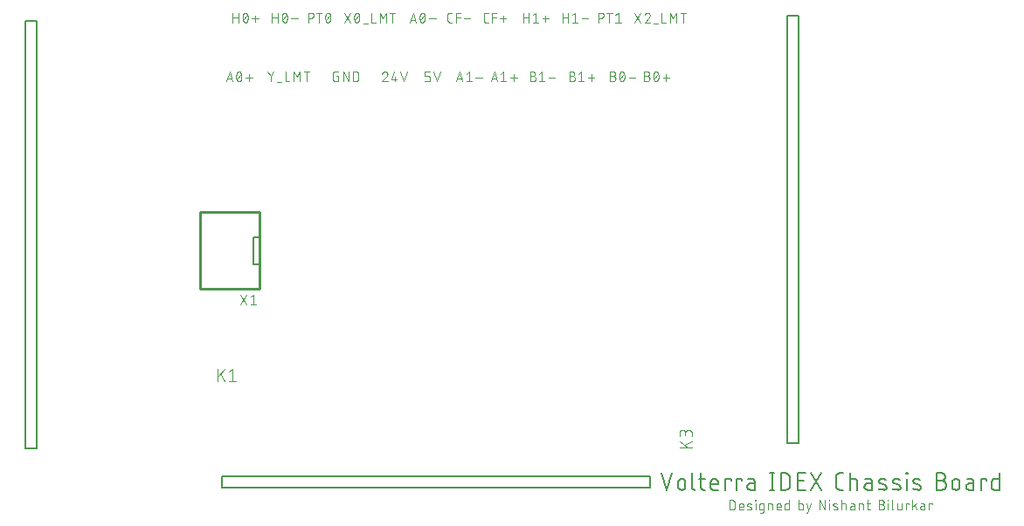
<source format=gbr>
G04 EAGLE Gerber RS-274X export*
G75*
%MOMM*%
%FSLAX34Y34*%
%LPD*%
%INSilkscreen Top*%
%IPPOS*%
%AMOC8*
5,1,8,0,0,1.08239X$1,22.5*%
G01*
%ADD10C,0.076200*%
%ADD11C,0.152400*%
%ADD12C,0.127000*%
%ADD13C,0.101600*%
%ADD14C,0.254000*%
%ADD15C,0.200000*%


D10*
X347726Y540131D02*
X347726Y549529D01*
X347726Y545352D02*
X352947Y545352D01*
X352947Y549529D02*
X352947Y540131D01*
X357174Y544830D02*
X357176Y545015D01*
X357183Y545200D01*
X357194Y545384D01*
X357209Y545568D01*
X357229Y545752D01*
X357253Y545936D01*
X357282Y546118D01*
X357315Y546300D01*
X357352Y546481D01*
X357394Y546661D01*
X357440Y546841D01*
X357490Y547019D01*
X357544Y547195D01*
X357603Y547371D01*
X357665Y547545D01*
X357732Y547717D01*
X357803Y547888D01*
X357878Y548057D01*
X357957Y548224D01*
X357987Y548304D01*
X358020Y548383D01*
X358057Y548460D01*
X358097Y548536D01*
X358140Y548610D01*
X358186Y548682D01*
X358236Y548751D01*
X358288Y548819D01*
X358344Y548884D01*
X358402Y548947D01*
X358464Y549006D01*
X358527Y549064D01*
X358594Y549118D01*
X358662Y549169D01*
X358733Y549217D01*
X358806Y549262D01*
X358880Y549304D01*
X358957Y549342D01*
X359035Y549377D01*
X359114Y549409D01*
X359195Y549437D01*
X359277Y549461D01*
X359361Y549482D01*
X359444Y549499D01*
X359529Y549512D01*
X359614Y549521D01*
X359699Y549527D01*
X359785Y549529D01*
X359871Y549527D01*
X359956Y549521D01*
X360041Y549512D01*
X360126Y549499D01*
X360209Y549482D01*
X360293Y549461D01*
X360375Y549437D01*
X360456Y549409D01*
X360535Y549377D01*
X360613Y549342D01*
X360690Y549304D01*
X360764Y549262D01*
X360837Y549217D01*
X360908Y549169D01*
X360976Y549118D01*
X361043Y549064D01*
X361106Y549006D01*
X361168Y548947D01*
X361226Y548884D01*
X361282Y548819D01*
X361334Y548751D01*
X361384Y548682D01*
X361430Y548610D01*
X361473Y548536D01*
X361513Y548460D01*
X361550Y548383D01*
X361583Y548304D01*
X361613Y548224D01*
X361692Y548057D01*
X361767Y547888D01*
X361838Y547717D01*
X361905Y547545D01*
X361967Y547371D01*
X362026Y547195D01*
X362080Y547019D01*
X362130Y546841D01*
X362176Y546661D01*
X362218Y546481D01*
X362255Y546300D01*
X362288Y546118D01*
X362317Y545936D01*
X362341Y545752D01*
X362361Y545568D01*
X362376Y545384D01*
X362387Y545200D01*
X362394Y545015D01*
X362396Y544830D01*
X357175Y544830D02*
X357177Y544645D01*
X357184Y544460D01*
X357195Y544276D01*
X357210Y544092D01*
X357230Y543908D01*
X357254Y543724D01*
X357283Y543542D01*
X357316Y543360D01*
X357353Y543179D01*
X357395Y542999D01*
X357441Y542819D01*
X357491Y542641D01*
X357545Y542465D01*
X357604Y542289D01*
X357666Y542115D01*
X357733Y541943D01*
X357804Y541772D01*
X357879Y541603D01*
X357958Y541436D01*
X357957Y541436D02*
X357987Y541356D01*
X358020Y541277D01*
X358057Y541200D01*
X358097Y541124D01*
X358140Y541050D01*
X358186Y540978D01*
X358236Y540909D01*
X358289Y540841D01*
X358344Y540776D01*
X358403Y540713D01*
X358464Y540654D01*
X358527Y540596D01*
X358594Y540542D01*
X358662Y540491D01*
X358733Y540443D01*
X358806Y540398D01*
X358880Y540356D01*
X358957Y540318D01*
X359035Y540283D01*
X359114Y540251D01*
X359195Y540223D01*
X359277Y540199D01*
X359361Y540178D01*
X359444Y540161D01*
X359529Y540148D01*
X359614Y540139D01*
X359699Y540133D01*
X359785Y540131D01*
X361613Y541436D02*
X361692Y541603D01*
X361767Y541772D01*
X361838Y541943D01*
X361905Y542115D01*
X361967Y542289D01*
X362026Y542465D01*
X362080Y542641D01*
X362130Y542819D01*
X362176Y542999D01*
X362218Y543179D01*
X362255Y543360D01*
X362288Y543542D01*
X362317Y543724D01*
X362341Y543908D01*
X362361Y544092D01*
X362376Y544276D01*
X362387Y544460D01*
X362394Y544645D01*
X362396Y544830D01*
X361613Y541436D02*
X361583Y541356D01*
X361550Y541277D01*
X361513Y541200D01*
X361473Y541124D01*
X361430Y541050D01*
X361384Y540978D01*
X361334Y540909D01*
X361282Y540841D01*
X361226Y540776D01*
X361168Y540713D01*
X361106Y540654D01*
X361043Y540596D01*
X360976Y540542D01*
X360908Y540491D01*
X360837Y540443D01*
X360764Y540398D01*
X360690Y540356D01*
X360613Y540318D01*
X360535Y540283D01*
X360456Y540251D01*
X360375Y540223D01*
X360293Y540199D01*
X360209Y540178D01*
X360126Y540161D01*
X360041Y540148D01*
X359956Y540139D01*
X359871Y540133D01*
X359785Y540131D01*
X357697Y542219D02*
X361874Y547441D01*
X366406Y543786D02*
X372672Y543786D01*
X369539Y540653D02*
X369539Y546918D01*
X385826Y549529D02*
X385826Y540131D01*
X385826Y545352D02*
X391047Y545352D01*
X391047Y549529D02*
X391047Y540131D01*
X395274Y544830D02*
X395276Y545015D01*
X395283Y545200D01*
X395294Y545384D01*
X395309Y545568D01*
X395329Y545752D01*
X395353Y545936D01*
X395382Y546118D01*
X395415Y546300D01*
X395452Y546481D01*
X395494Y546661D01*
X395540Y546841D01*
X395590Y547019D01*
X395644Y547195D01*
X395703Y547371D01*
X395765Y547545D01*
X395832Y547717D01*
X395903Y547888D01*
X395978Y548057D01*
X396057Y548224D01*
X396087Y548304D01*
X396120Y548383D01*
X396157Y548460D01*
X396197Y548536D01*
X396240Y548610D01*
X396286Y548682D01*
X396336Y548751D01*
X396388Y548819D01*
X396444Y548884D01*
X396502Y548947D01*
X396564Y549006D01*
X396627Y549064D01*
X396694Y549118D01*
X396762Y549169D01*
X396833Y549217D01*
X396906Y549262D01*
X396980Y549304D01*
X397057Y549342D01*
X397135Y549377D01*
X397214Y549409D01*
X397295Y549437D01*
X397377Y549461D01*
X397461Y549482D01*
X397544Y549499D01*
X397629Y549512D01*
X397714Y549521D01*
X397799Y549527D01*
X397885Y549529D01*
X397971Y549527D01*
X398056Y549521D01*
X398141Y549512D01*
X398226Y549499D01*
X398309Y549482D01*
X398393Y549461D01*
X398475Y549437D01*
X398556Y549409D01*
X398635Y549377D01*
X398713Y549342D01*
X398790Y549304D01*
X398864Y549262D01*
X398937Y549217D01*
X399008Y549169D01*
X399076Y549118D01*
X399143Y549064D01*
X399206Y549006D01*
X399268Y548947D01*
X399326Y548884D01*
X399382Y548819D01*
X399434Y548751D01*
X399484Y548682D01*
X399530Y548610D01*
X399573Y548536D01*
X399613Y548460D01*
X399650Y548383D01*
X399683Y548304D01*
X399713Y548224D01*
X399792Y548057D01*
X399867Y547888D01*
X399938Y547717D01*
X400005Y547545D01*
X400067Y547371D01*
X400126Y547195D01*
X400180Y547019D01*
X400230Y546841D01*
X400276Y546661D01*
X400318Y546481D01*
X400355Y546300D01*
X400388Y546118D01*
X400417Y545936D01*
X400441Y545752D01*
X400461Y545568D01*
X400476Y545384D01*
X400487Y545200D01*
X400494Y545015D01*
X400496Y544830D01*
X395275Y544830D02*
X395277Y544645D01*
X395284Y544460D01*
X395295Y544276D01*
X395310Y544092D01*
X395330Y543908D01*
X395354Y543724D01*
X395383Y543542D01*
X395416Y543360D01*
X395453Y543179D01*
X395495Y542999D01*
X395541Y542819D01*
X395591Y542641D01*
X395645Y542465D01*
X395704Y542289D01*
X395766Y542115D01*
X395833Y541943D01*
X395904Y541772D01*
X395979Y541603D01*
X396058Y541436D01*
X396057Y541436D02*
X396087Y541356D01*
X396120Y541277D01*
X396157Y541200D01*
X396197Y541124D01*
X396240Y541050D01*
X396286Y540978D01*
X396336Y540909D01*
X396389Y540841D01*
X396444Y540776D01*
X396503Y540713D01*
X396564Y540654D01*
X396627Y540596D01*
X396694Y540542D01*
X396762Y540491D01*
X396833Y540443D01*
X396906Y540398D01*
X396980Y540356D01*
X397057Y540318D01*
X397135Y540283D01*
X397214Y540251D01*
X397295Y540223D01*
X397377Y540199D01*
X397461Y540178D01*
X397544Y540161D01*
X397629Y540148D01*
X397714Y540139D01*
X397799Y540133D01*
X397885Y540131D01*
X399713Y541436D02*
X399792Y541603D01*
X399867Y541772D01*
X399938Y541943D01*
X400005Y542115D01*
X400067Y542289D01*
X400126Y542465D01*
X400180Y542641D01*
X400230Y542819D01*
X400276Y542999D01*
X400318Y543179D01*
X400355Y543360D01*
X400388Y543542D01*
X400417Y543724D01*
X400441Y543908D01*
X400461Y544092D01*
X400476Y544276D01*
X400487Y544460D01*
X400494Y544645D01*
X400496Y544830D01*
X399713Y541436D02*
X399683Y541356D01*
X399650Y541277D01*
X399613Y541200D01*
X399573Y541124D01*
X399530Y541050D01*
X399484Y540978D01*
X399434Y540909D01*
X399382Y540841D01*
X399326Y540776D01*
X399268Y540713D01*
X399206Y540654D01*
X399143Y540596D01*
X399076Y540542D01*
X399008Y540491D01*
X398937Y540443D01*
X398864Y540398D01*
X398790Y540356D01*
X398713Y540318D01*
X398635Y540283D01*
X398556Y540251D01*
X398475Y540223D01*
X398393Y540199D01*
X398309Y540178D01*
X398226Y540161D01*
X398141Y540148D01*
X398056Y540139D01*
X397971Y540133D01*
X397885Y540131D01*
X395797Y542219D02*
X399974Y547441D01*
X404506Y543786D02*
X410772Y543786D01*
X420751Y540131D02*
X420751Y549529D01*
X423362Y549529D01*
X423463Y549527D01*
X423564Y549521D01*
X423665Y549511D01*
X423765Y549498D01*
X423865Y549480D01*
X423964Y549459D01*
X424062Y549433D01*
X424159Y549404D01*
X424255Y549372D01*
X424349Y549335D01*
X424442Y549295D01*
X424534Y549251D01*
X424623Y549204D01*
X424711Y549153D01*
X424797Y549099D01*
X424880Y549042D01*
X424962Y548982D01*
X425040Y548918D01*
X425117Y548852D01*
X425190Y548782D01*
X425261Y548710D01*
X425329Y548635D01*
X425394Y548557D01*
X425456Y548477D01*
X425515Y548395D01*
X425571Y548310D01*
X425623Y548224D01*
X425672Y548135D01*
X425718Y548044D01*
X425759Y547952D01*
X425798Y547858D01*
X425832Y547763D01*
X425863Y547667D01*
X425890Y547569D01*
X425914Y547471D01*
X425933Y547371D01*
X425949Y547271D01*
X425961Y547171D01*
X425969Y547070D01*
X425973Y546969D01*
X425973Y546867D01*
X425969Y546766D01*
X425961Y546665D01*
X425949Y546565D01*
X425933Y546465D01*
X425914Y546365D01*
X425890Y546267D01*
X425863Y546169D01*
X425832Y546073D01*
X425798Y545978D01*
X425759Y545884D01*
X425718Y545792D01*
X425672Y545701D01*
X425623Y545613D01*
X425571Y545526D01*
X425515Y545441D01*
X425456Y545359D01*
X425394Y545279D01*
X425329Y545201D01*
X425261Y545126D01*
X425190Y545054D01*
X425117Y544984D01*
X425040Y544918D01*
X424962Y544854D01*
X424880Y544794D01*
X424797Y544737D01*
X424711Y544683D01*
X424623Y544632D01*
X424534Y544585D01*
X424442Y544541D01*
X424349Y544501D01*
X424255Y544464D01*
X424159Y544432D01*
X424062Y544403D01*
X423964Y544377D01*
X423865Y544356D01*
X423765Y544338D01*
X423665Y544325D01*
X423564Y544315D01*
X423463Y544309D01*
X423362Y544307D01*
X423362Y544308D02*
X420751Y544308D01*
X431460Y540131D02*
X431460Y549529D01*
X434070Y549529D02*
X428849Y549529D01*
X438166Y548224D02*
X438087Y548057D01*
X438012Y547888D01*
X437941Y547717D01*
X437874Y547545D01*
X437812Y547371D01*
X437753Y547195D01*
X437699Y547019D01*
X437649Y546841D01*
X437603Y546661D01*
X437561Y546481D01*
X437524Y546300D01*
X437491Y546118D01*
X437462Y545936D01*
X437438Y545752D01*
X437418Y545568D01*
X437403Y545384D01*
X437392Y545200D01*
X437385Y545015D01*
X437383Y544830D01*
X438166Y548224D02*
X438196Y548304D01*
X438229Y548383D01*
X438266Y548460D01*
X438306Y548536D01*
X438349Y548610D01*
X438395Y548682D01*
X438445Y548751D01*
X438497Y548819D01*
X438553Y548884D01*
X438611Y548947D01*
X438673Y549006D01*
X438736Y549064D01*
X438803Y549118D01*
X438871Y549169D01*
X438942Y549217D01*
X439015Y549262D01*
X439089Y549304D01*
X439166Y549342D01*
X439244Y549377D01*
X439323Y549409D01*
X439404Y549437D01*
X439486Y549461D01*
X439570Y549482D01*
X439653Y549499D01*
X439738Y549512D01*
X439823Y549521D01*
X439908Y549527D01*
X439994Y549529D01*
X440080Y549527D01*
X440165Y549521D01*
X440250Y549512D01*
X440335Y549499D01*
X440418Y549482D01*
X440502Y549461D01*
X440584Y549437D01*
X440665Y549409D01*
X440744Y549377D01*
X440822Y549342D01*
X440899Y549304D01*
X440973Y549262D01*
X441046Y549217D01*
X441117Y549169D01*
X441185Y549118D01*
X441252Y549064D01*
X441315Y549006D01*
X441377Y548947D01*
X441435Y548884D01*
X441491Y548819D01*
X441543Y548751D01*
X441593Y548682D01*
X441639Y548610D01*
X441682Y548536D01*
X441722Y548460D01*
X441759Y548383D01*
X441792Y548304D01*
X441822Y548224D01*
X441901Y548057D01*
X441976Y547888D01*
X442047Y547717D01*
X442114Y547545D01*
X442176Y547371D01*
X442235Y547195D01*
X442289Y547019D01*
X442339Y546841D01*
X442385Y546661D01*
X442427Y546481D01*
X442464Y546300D01*
X442497Y546118D01*
X442526Y545936D01*
X442550Y545752D01*
X442570Y545568D01*
X442585Y545384D01*
X442596Y545200D01*
X442603Y545015D01*
X442605Y544830D01*
X437384Y544830D02*
X437386Y544645D01*
X437393Y544460D01*
X437404Y544276D01*
X437419Y544092D01*
X437439Y543908D01*
X437463Y543724D01*
X437492Y543542D01*
X437525Y543360D01*
X437562Y543179D01*
X437604Y542999D01*
X437650Y542819D01*
X437700Y542641D01*
X437754Y542465D01*
X437813Y542289D01*
X437875Y542115D01*
X437942Y541943D01*
X438013Y541772D01*
X438088Y541603D01*
X438167Y541436D01*
X438166Y541436D02*
X438196Y541356D01*
X438229Y541277D01*
X438266Y541200D01*
X438306Y541124D01*
X438349Y541050D01*
X438395Y540978D01*
X438445Y540909D01*
X438498Y540841D01*
X438553Y540776D01*
X438612Y540713D01*
X438673Y540654D01*
X438736Y540596D01*
X438803Y540542D01*
X438871Y540491D01*
X438942Y540443D01*
X439015Y540398D01*
X439089Y540356D01*
X439166Y540318D01*
X439244Y540283D01*
X439323Y540251D01*
X439404Y540223D01*
X439486Y540199D01*
X439570Y540178D01*
X439653Y540161D01*
X439738Y540148D01*
X439823Y540139D01*
X439908Y540133D01*
X439994Y540131D01*
X441822Y541436D02*
X441901Y541603D01*
X441976Y541772D01*
X442047Y541943D01*
X442114Y542115D01*
X442176Y542289D01*
X442235Y542465D01*
X442289Y542641D01*
X442339Y542819D01*
X442385Y542999D01*
X442427Y543179D01*
X442464Y543360D01*
X442497Y543542D01*
X442526Y543724D01*
X442550Y543908D01*
X442570Y544092D01*
X442585Y544276D01*
X442596Y544460D01*
X442603Y544645D01*
X442605Y544830D01*
X441822Y541436D02*
X441792Y541356D01*
X441759Y541277D01*
X441722Y541200D01*
X441682Y541124D01*
X441639Y541050D01*
X441593Y540978D01*
X441543Y540909D01*
X441491Y540841D01*
X441435Y540776D01*
X441377Y540713D01*
X441315Y540654D01*
X441252Y540596D01*
X441185Y540542D01*
X441117Y540491D01*
X441046Y540443D01*
X440973Y540398D01*
X440899Y540356D01*
X440822Y540318D01*
X440744Y540283D01*
X440665Y540251D01*
X440584Y540223D01*
X440502Y540199D01*
X440418Y540178D01*
X440335Y540161D01*
X440250Y540148D01*
X440165Y540139D01*
X440080Y540133D01*
X439994Y540131D01*
X437906Y542219D02*
X442083Y547441D01*
X455676Y540131D02*
X461941Y549529D01*
X455676Y549529D02*
X461941Y540131D01*
X465342Y544830D02*
X465344Y545015D01*
X465351Y545200D01*
X465362Y545384D01*
X465377Y545568D01*
X465397Y545752D01*
X465421Y545936D01*
X465450Y546118D01*
X465483Y546300D01*
X465520Y546481D01*
X465562Y546661D01*
X465608Y546841D01*
X465658Y547019D01*
X465712Y547195D01*
X465771Y547371D01*
X465833Y547545D01*
X465900Y547717D01*
X465971Y547888D01*
X466046Y548057D01*
X466125Y548224D01*
X466155Y548304D01*
X466188Y548383D01*
X466225Y548460D01*
X466265Y548536D01*
X466308Y548610D01*
X466354Y548682D01*
X466404Y548751D01*
X466456Y548819D01*
X466512Y548884D01*
X466570Y548947D01*
X466632Y549006D01*
X466695Y549064D01*
X466762Y549118D01*
X466830Y549169D01*
X466901Y549217D01*
X466974Y549262D01*
X467048Y549304D01*
X467125Y549342D01*
X467203Y549377D01*
X467282Y549409D01*
X467363Y549437D01*
X467445Y549461D01*
X467529Y549482D01*
X467612Y549499D01*
X467697Y549512D01*
X467782Y549521D01*
X467867Y549527D01*
X467953Y549529D01*
X468039Y549527D01*
X468124Y549521D01*
X468209Y549512D01*
X468294Y549499D01*
X468377Y549482D01*
X468461Y549461D01*
X468543Y549437D01*
X468624Y549409D01*
X468703Y549377D01*
X468781Y549342D01*
X468858Y549304D01*
X468932Y549262D01*
X469005Y549217D01*
X469076Y549169D01*
X469144Y549118D01*
X469211Y549064D01*
X469274Y549006D01*
X469336Y548947D01*
X469394Y548884D01*
X469450Y548819D01*
X469502Y548751D01*
X469552Y548682D01*
X469598Y548610D01*
X469641Y548536D01*
X469681Y548460D01*
X469718Y548383D01*
X469751Y548304D01*
X469781Y548224D01*
X469780Y548224D02*
X469859Y548057D01*
X469934Y547888D01*
X470005Y547717D01*
X470072Y547545D01*
X470134Y547371D01*
X470193Y547195D01*
X470247Y547019D01*
X470297Y546841D01*
X470343Y546661D01*
X470385Y546481D01*
X470422Y546300D01*
X470455Y546118D01*
X470484Y545936D01*
X470508Y545752D01*
X470528Y545568D01*
X470543Y545384D01*
X470554Y545200D01*
X470561Y545015D01*
X470563Y544830D01*
X465342Y544830D02*
X465344Y544645D01*
X465351Y544460D01*
X465362Y544276D01*
X465377Y544092D01*
X465397Y543908D01*
X465421Y543724D01*
X465450Y543542D01*
X465483Y543360D01*
X465520Y543179D01*
X465562Y542999D01*
X465608Y542819D01*
X465658Y542641D01*
X465712Y542465D01*
X465771Y542289D01*
X465833Y542115D01*
X465900Y541943D01*
X465971Y541772D01*
X466046Y541603D01*
X466125Y541436D01*
X466155Y541356D01*
X466188Y541277D01*
X466225Y541200D01*
X466265Y541124D01*
X466308Y541050D01*
X466354Y540978D01*
X466404Y540909D01*
X466457Y540841D01*
X466512Y540776D01*
X466571Y540713D01*
X466632Y540654D01*
X466695Y540596D01*
X466762Y540542D01*
X466830Y540491D01*
X466901Y540443D01*
X466974Y540398D01*
X467048Y540356D01*
X467125Y540318D01*
X467203Y540283D01*
X467282Y540251D01*
X467363Y540223D01*
X467445Y540199D01*
X467529Y540178D01*
X467612Y540161D01*
X467697Y540148D01*
X467782Y540139D01*
X467867Y540133D01*
X467953Y540131D01*
X469780Y541436D02*
X469859Y541603D01*
X469934Y541772D01*
X470005Y541943D01*
X470072Y542115D01*
X470134Y542289D01*
X470193Y542465D01*
X470247Y542641D01*
X470297Y542819D01*
X470343Y542999D01*
X470385Y543179D01*
X470422Y543360D01*
X470455Y543542D01*
X470484Y543724D01*
X470508Y543908D01*
X470528Y544092D01*
X470543Y544276D01*
X470554Y544460D01*
X470561Y544645D01*
X470563Y544830D01*
X469781Y541436D02*
X469751Y541356D01*
X469718Y541277D01*
X469681Y541200D01*
X469641Y541124D01*
X469598Y541050D01*
X469552Y540978D01*
X469502Y540909D01*
X469450Y540841D01*
X469394Y540776D01*
X469336Y540713D01*
X469274Y540654D01*
X469211Y540596D01*
X469144Y540542D01*
X469076Y540491D01*
X469005Y540443D01*
X468932Y540398D01*
X468858Y540356D01*
X468781Y540318D01*
X468703Y540283D01*
X468624Y540251D01*
X468543Y540223D01*
X468461Y540199D01*
X468377Y540178D01*
X468294Y540161D01*
X468209Y540148D01*
X468124Y540139D01*
X468039Y540133D01*
X467953Y540131D01*
X465864Y542219D02*
X470041Y547441D01*
X474094Y539087D02*
X478271Y539087D01*
X482123Y540131D02*
X482123Y549529D01*
X482123Y540131D02*
X486300Y540131D01*
X490118Y540131D02*
X490118Y549529D01*
X493251Y544308D01*
X496384Y549529D01*
X496384Y540131D01*
X502700Y540131D02*
X502700Y549529D01*
X505310Y549529D02*
X500089Y549529D01*
X519176Y540131D02*
X522309Y549529D01*
X525441Y540131D01*
X524658Y542481D02*
X519959Y542481D01*
X528842Y544830D02*
X528844Y545015D01*
X528851Y545200D01*
X528862Y545384D01*
X528877Y545568D01*
X528897Y545752D01*
X528921Y545936D01*
X528950Y546118D01*
X528983Y546300D01*
X529020Y546481D01*
X529062Y546661D01*
X529108Y546841D01*
X529158Y547019D01*
X529212Y547195D01*
X529271Y547371D01*
X529333Y547545D01*
X529400Y547717D01*
X529471Y547888D01*
X529546Y548057D01*
X529625Y548224D01*
X529655Y548304D01*
X529688Y548383D01*
X529725Y548460D01*
X529765Y548536D01*
X529808Y548610D01*
X529854Y548682D01*
X529904Y548751D01*
X529956Y548819D01*
X530012Y548884D01*
X530070Y548947D01*
X530132Y549006D01*
X530195Y549064D01*
X530262Y549118D01*
X530330Y549169D01*
X530401Y549217D01*
X530474Y549262D01*
X530548Y549304D01*
X530625Y549342D01*
X530703Y549377D01*
X530782Y549409D01*
X530863Y549437D01*
X530945Y549461D01*
X531029Y549482D01*
X531112Y549499D01*
X531197Y549512D01*
X531282Y549521D01*
X531367Y549527D01*
X531453Y549529D01*
X531539Y549527D01*
X531624Y549521D01*
X531709Y549512D01*
X531794Y549499D01*
X531877Y549482D01*
X531961Y549461D01*
X532043Y549437D01*
X532124Y549409D01*
X532203Y549377D01*
X532281Y549342D01*
X532358Y549304D01*
X532432Y549262D01*
X532505Y549217D01*
X532576Y549169D01*
X532644Y549118D01*
X532711Y549064D01*
X532774Y549006D01*
X532836Y548947D01*
X532894Y548884D01*
X532950Y548819D01*
X533002Y548751D01*
X533052Y548682D01*
X533098Y548610D01*
X533141Y548536D01*
X533181Y548460D01*
X533218Y548383D01*
X533251Y548304D01*
X533281Y548224D01*
X533280Y548224D02*
X533359Y548057D01*
X533434Y547888D01*
X533505Y547717D01*
X533572Y547545D01*
X533634Y547371D01*
X533693Y547195D01*
X533747Y547019D01*
X533797Y546841D01*
X533843Y546661D01*
X533885Y546481D01*
X533922Y546300D01*
X533955Y546118D01*
X533984Y545936D01*
X534008Y545752D01*
X534028Y545568D01*
X534043Y545384D01*
X534054Y545200D01*
X534061Y545015D01*
X534063Y544830D01*
X528842Y544830D02*
X528844Y544645D01*
X528851Y544460D01*
X528862Y544276D01*
X528877Y544092D01*
X528897Y543908D01*
X528921Y543724D01*
X528950Y543542D01*
X528983Y543360D01*
X529020Y543179D01*
X529062Y542999D01*
X529108Y542819D01*
X529158Y542641D01*
X529212Y542465D01*
X529271Y542289D01*
X529333Y542115D01*
X529400Y541943D01*
X529471Y541772D01*
X529546Y541603D01*
X529625Y541436D01*
X529655Y541356D01*
X529688Y541277D01*
X529725Y541200D01*
X529765Y541124D01*
X529808Y541050D01*
X529854Y540978D01*
X529904Y540909D01*
X529957Y540841D01*
X530012Y540776D01*
X530071Y540713D01*
X530132Y540654D01*
X530195Y540596D01*
X530262Y540542D01*
X530330Y540491D01*
X530401Y540443D01*
X530474Y540398D01*
X530548Y540356D01*
X530625Y540318D01*
X530703Y540283D01*
X530782Y540251D01*
X530863Y540223D01*
X530945Y540199D01*
X531029Y540178D01*
X531112Y540161D01*
X531197Y540148D01*
X531282Y540139D01*
X531367Y540133D01*
X531453Y540131D01*
X533280Y541436D02*
X533359Y541603D01*
X533434Y541772D01*
X533505Y541943D01*
X533572Y542115D01*
X533634Y542289D01*
X533693Y542465D01*
X533747Y542641D01*
X533797Y542819D01*
X533843Y542999D01*
X533885Y543179D01*
X533922Y543360D01*
X533955Y543542D01*
X533984Y543724D01*
X534008Y543908D01*
X534028Y544092D01*
X534043Y544276D01*
X534054Y544460D01*
X534061Y544645D01*
X534063Y544830D01*
X533281Y541436D02*
X533251Y541356D01*
X533218Y541277D01*
X533181Y541200D01*
X533141Y541124D01*
X533098Y541050D01*
X533052Y540978D01*
X533002Y540909D01*
X532950Y540841D01*
X532894Y540776D01*
X532836Y540713D01*
X532774Y540654D01*
X532711Y540596D01*
X532644Y540542D01*
X532576Y540491D01*
X532505Y540443D01*
X532432Y540398D01*
X532358Y540356D01*
X532281Y540318D01*
X532203Y540283D01*
X532124Y540251D01*
X532043Y540223D01*
X531961Y540199D01*
X531877Y540178D01*
X531794Y540161D01*
X531709Y540148D01*
X531624Y540139D01*
X531539Y540133D01*
X531453Y540131D01*
X529364Y542219D02*
X533541Y547441D01*
X538074Y543786D02*
X544339Y543786D01*
X344509Y492379D02*
X341376Y482981D01*
X347641Y482981D02*
X344509Y492379D01*
X346858Y485331D02*
X342159Y485331D01*
X351042Y487680D02*
X351044Y487865D01*
X351051Y488050D01*
X351062Y488234D01*
X351077Y488418D01*
X351097Y488602D01*
X351121Y488786D01*
X351150Y488968D01*
X351183Y489150D01*
X351220Y489331D01*
X351262Y489511D01*
X351308Y489691D01*
X351358Y489869D01*
X351412Y490045D01*
X351471Y490221D01*
X351533Y490395D01*
X351600Y490567D01*
X351671Y490738D01*
X351746Y490907D01*
X351825Y491074D01*
X351855Y491154D01*
X351888Y491233D01*
X351925Y491310D01*
X351965Y491386D01*
X352008Y491460D01*
X352054Y491532D01*
X352104Y491601D01*
X352156Y491669D01*
X352212Y491734D01*
X352270Y491797D01*
X352332Y491856D01*
X352395Y491914D01*
X352462Y491968D01*
X352530Y492019D01*
X352601Y492067D01*
X352674Y492112D01*
X352748Y492154D01*
X352825Y492192D01*
X352903Y492227D01*
X352982Y492259D01*
X353063Y492287D01*
X353145Y492311D01*
X353229Y492332D01*
X353312Y492349D01*
X353397Y492362D01*
X353482Y492371D01*
X353567Y492377D01*
X353653Y492379D01*
X353739Y492377D01*
X353824Y492371D01*
X353909Y492362D01*
X353994Y492349D01*
X354077Y492332D01*
X354161Y492311D01*
X354243Y492287D01*
X354324Y492259D01*
X354403Y492227D01*
X354481Y492192D01*
X354558Y492154D01*
X354632Y492112D01*
X354705Y492067D01*
X354776Y492019D01*
X354844Y491968D01*
X354911Y491914D01*
X354974Y491856D01*
X355036Y491797D01*
X355094Y491734D01*
X355150Y491669D01*
X355202Y491601D01*
X355252Y491532D01*
X355298Y491460D01*
X355341Y491386D01*
X355381Y491310D01*
X355418Y491233D01*
X355451Y491154D01*
X355481Y491074D01*
X355480Y491074D02*
X355559Y490907D01*
X355634Y490738D01*
X355705Y490567D01*
X355772Y490395D01*
X355834Y490221D01*
X355893Y490045D01*
X355947Y489869D01*
X355997Y489691D01*
X356043Y489511D01*
X356085Y489331D01*
X356122Y489150D01*
X356155Y488968D01*
X356184Y488786D01*
X356208Y488602D01*
X356228Y488418D01*
X356243Y488234D01*
X356254Y488050D01*
X356261Y487865D01*
X356263Y487680D01*
X351042Y487680D02*
X351044Y487495D01*
X351051Y487310D01*
X351062Y487126D01*
X351077Y486942D01*
X351097Y486758D01*
X351121Y486574D01*
X351150Y486392D01*
X351183Y486210D01*
X351220Y486029D01*
X351262Y485849D01*
X351308Y485669D01*
X351358Y485491D01*
X351412Y485315D01*
X351471Y485139D01*
X351533Y484965D01*
X351600Y484793D01*
X351671Y484622D01*
X351746Y484453D01*
X351825Y484286D01*
X351855Y484206D01*
X351888Y484127D01*
X351925Y484050D01*
X351965Y483974D01*
X352008Y483900D01*
X352054Y483828D01*
X352104Y483759D01*
X352157Y483691D01*
X352212Y483626D01*
X352271Y483563D01*
X352332Y483504D01*
X352395Y483446D01*
X352462Y483392D01*
X352530Y483341D01*
X352601Y483293D01*
X352674Y483248D01*
X352748Y483206D01*
X352825Y483168D01*
X352903Y483133D01*
X352982Y483101D01*
X353063Y483073D01*
X353145Y483049D01*
X353229Y483028D01*
X353312Y483011D01*
X353397Y482998D01*
X353482Y482989D01*
X353567Y482983D01*
X353653Y482981D01*
X355480Y484286D02*
X355559Y484453D01*
X355634Y484622D01*
X355705Y484793D01*
X355772Y484965D01*
X355834Y485139D01*
X355893Y485315D01*
X355947Y485491D01*
X355997Y485669D01*
X356043Y485849D01*
X356085Y486029D01*
X356122Y486210D01*
X356155Y486392D01*
X356184Y486574D01*
X356208Y486758D01*
X356228Y486942D01*
X356243Y487126D01*
X356254Y487310D01*
X356261Y487495D01*
X356263Y487680D01*
X355481Y484286D02*
X355451Y484206D01*
X355418Y484127D01*
X355381Y484050D01*
X355341Y483974D01*
X355298Y483900D01*
X355252Y483828D01*
X355202Y483759D01*
X355150Y483691D01*
X355094Y483626D01*
X355036Y483563D01*
X354974Y483504D01*
X354911Y483446D01*
X354844Y483392D01*
X354776Y483341D01*
X354705Y483293D01*
X354632Y483248D01*
X354558Y483206D01*
X354481Y483168D01*
X354403Y483133D01*
X354324Y483101D01*
X354243Y483073D01*
X354161Y483049D01*
X354077Y483028D01*
X353994Y483011D01*
X353909Y482998D01*
X353824Y482989D01*
X353739Y482983D01*
X353653Y482981D01*
X351564Y485069D02*
X355741Y490291D01*
X360274Y486636D02*
X366539Y486636D01*
X363406Y483503D02*
X363406Y489768D01*
X713486Y488202D02*
X716097Y488202D01*
X716097Y488203D02*
X716198Y488201D01*
X716299Y488195D01*
X716400Y488185D01*
X716500Y488172D01*
X716600Y488154D01*
X716699Y488133D01*
X716797Y488107D01*
X716894Y488078D01*
X716990Y488046D01*
X717084Y488009D01*
X717177Y487969D01*
X717269Y487925D01*
X717358Y487878D01*
X717446Y487827D01*
X717532Y487773D01*
X717615Y487716D01*
X717697Y487656D01*
X717775Y487592D01*
X717852Y487526D01*
X717925Y487456D01*
X717996Y487384D01*
X718064Y487309D01*
X718129Y487231D01*
X718191Y487151D01*
X718250Y487069D01*
X718306Y486984D01*
X718358Y486897D01*
X718407Y486809D01*
X718453Y486718D01*
X718494Y486626D01*
X718533Y486532D01*
X718567Y486437D01*
X718598Y486341D01*
X718625Y486243D01*
X718649Y486145D01*
X718668Y486045D01*
X718684Y485945D01*
X718696Y485845D01*
X718704Y485744D01*
X718708Y485643D01*
X718708Y485541D01*
X718704Y485440D01*
X718696Y485339D01*
X718684Y485239D01*
X718668Y485139D01*
X718649Y485039D01*
X718625Y484941D01*
X718598Y484843D01*
X718567Y484747D01*
X718533Y484652D01*
X718494Y484558D01*
X718453Y484466D01*
X718407Y484375D01*
X718358Y484287D01*
X718306Y484200D01*
X718250Y484115D01*
X718191Y484033D01*
X718129Y483953D01*
X718064Y483875D01*
X717996Y483800D01*
X717925Y483728D01*
X717852Y483658D01*
X717775Y483592D01*
X717697Y483528D01*
X717615Y483468D01*
X717532Y483411D01*
X717446Y483357D01*
X717358Y483306D01*
X717269Y483259D01*
X717177Y483215D01*
X717084Y483175D01*
X716990Y483138D01*
X716894Y483106D01*
X716797Y483077D01*
X716699Y483051D01*
X716600Y483030D01*
X716500Y483012D01*
X716400Y482999D01*
X716299Y482989D01*
X716198Y482983D01*
X716097Y482981D01*
X713486Y482981D01*
X713486Y492379D01*
X716097Y492379D01*
X716187Y492377D01*
X716276Y492371D01*
X716366Y492362D01*
X716455Y492348D01*
X716543Y492331D01*
X716630Y492310D01*
X716717Y492285D01*
X716802Y492256D01*
X716886Y492224D01*
X716968Y492189D01*
X717049Y492149D01*
X717128Y492107D01*
X717205Y492061D01*
X717280Y492011D01*
X717353Y491959D01*
X717424Y491903D01*
X717492Y491845D01*
X717557Y491783D01*
X717620Y491719D01*
X717680Y491652D01*
X717737Y491583D01*
X717791Y491511D01*
X717842Y491437D01*
X717890Y491361D01*
X717934Y491283D01*
X717975Y491203D01*
X718013Y491121D01*
X718047Y491038D01*
X718077Y490953D01*
X718104Y490867D01*
X718127Y490781D01*
X718146Y490693D01*
X718161Y490604D01*
X718173Y490515D01*
X718181Y490426D01*
X718185Y490336D01*
X718185Y490246D01*
X718181Y490156D01*
X718173Y490067D01*
X718161Y489978D01*
X718146Y489889D01*
X718127Y489801D01*
X718104Y489715D01*
X718077Y489629D01*
X718047Y489544D01*
X718013Y489461D01*
X717975Y489379D01*
X717934Y489299D01*
X717890Y489221D01*
X717842Y489145D01*
X717791Y489071D01*
X717737Y488999D01*
X717680Y488930D01*
X717620Y488863D01*
X717557Y488799D01*
X717492Y488737D01*
X717424Y488679D01*
X717353Y488623D01*
X717280Y488571D01*
X717205Y488521D01*
X717128Y488475D01*
X717049Y488433D01*
X716968Y488393D01*
X716886Y488358D01*
X716802Y488326D01*
X716717Y488297D01*
X716630Y488272D01*
X716543Y488251D01*
X716455Y488234D01*
X716366Y488220D01*
X716276Y488211D01*
X716187Y488205D01*
X716097Y488203D01*
X722194Y487680D02*
X722196Y487865D01*
X722203Y488050D01*
X722214Y488234D01*
X722229Y488418D01*
X722249Y488602D01*
X722273Y488786D01*
X722302Y488968D01*
X722335Y489150D01*
X722372Y489331D01*
X722414Y489511D01*
X722460Y489691D01*
X722510Y489869D01*
X722564Y490045D01*
X722623Y490221D01*
X722685Y490395D01*
X722752Y490567D01*
X722823Y490738D01*
X722898Y490907D01*
X722977Y491074D01*
X722976Y491074D02*
X723006Y491154D01*
X723039Y491233D01*
X723076Y491310D01*
X723116Y491386D01*
X723159Y491460D01*
X723205Y491532D01*
X723255Y491601D01*
X723307Y491669D01*
X723363Y491734D01*
X723421Y491797D01*
X723483Y491856D01*
X723546Y491914D01*
X723613Y491968D01*
X723681Y492019D01*
X723752Y492067D01*
X723825Y492112D01*
X723899Y492154D01*
X723976Y492192D01*
X724054Y492227D01*
X724133Y492259D01*
X724214Y492287D01*
X724296Y492311D01*
X724380Y492332D01*
X724463Y492349D01*
X724548Y492362D01*
X724633Y492371D01*
X724718Y492377D01*
X724804Y492379D01*
X724890Y492377D01*
X724975Y492371D01*
X725060Y492362D01*
X725145Y492349D01*
X725228Y492332D01*
X725312Y492311D01*
X725394Y492287D01*
X725475Y492259D01*
X725554Y492227D01*
X725632Y492192D01*
X725709Y492154D01*
X725783Y492112D01*
X725856Y492067D01*
X725927Y492019D01*
X725995Y491968D01*
X726062Y491914D01*
X726125Y491856D01*
X726187Y491797D01*
X726245Y491734D01*
X726301Y491669D01*
X726353Y491601D01*
X726403Y491532D01*
X726449Y491460D01*
X726492Y491386D01*
X726532Y491310D01*
X726569Y491233D01*
X726602Y491154D01*
X726632Y491074D01*
X726711Y490907D01*
X726786Y490738D01*
X726857Y490567D01*
X726924Y490395D01*
X726986Y490221D01*
X727045Y490045D01*
X727099Y489869D01*
X727149Y489691D01*
X727195Y489511D01*
X727237Y489331D01*
X727274Y489150D01*
X727307Y488968D01*
X727336Y488786D01*
X727360Y488602D01*
X727380Y488418D01*
X727395Y488234D01*
X727406Y488050D01*
X727413Y487865D01*
X727415Y487680D01*
X722194Y487680D02*
X722196Y487495D01*
X722203Y487310D01*
X722214Y487126D01*
X722229Y486942D01*
X722249Y486758D01*
X722273Y486574D01*
X722302Y486392D01*
X722335Y486210D01*
X722372Y486029D01*
X722414Y485849D01*
X722460Y485669D01*
X722510Y485491D01*
X722564Y485315D01*
X722623Y485139D01*
X722685Y484965D01*
X722752Y484793D01*
X722823Y484622D01*
X722898Y484453D01*
X722977Y484286D01*
X722976Y484286D02*
X723006Y484206D01*
X723039Y484127D01*
X723076Y484050D01*
X723116Y483974D01*
X723159Y483900D01*
X723205Y483828D01*
X723255Y483759D01*
X723308Y483691D01*
X723363Y483626D01*
X723422Y483563D01*
X723483Y483504D01*
X723546Y483446D01*
X723613Y483392D01*
X723681Y483341D01*
X723752Y483293D01*
X723825Y483248D01*
X723899Y483206D01*
X723976Y483168D01*
X724054Y483133D01*
X724133Y483101D01*
X724214Y483073D01*
X724296Y483049D01*
X724380Y483028D01*
X724463Y483011D01*
X724548Y482998D01*
X724633Y482989D01*
X724718Y482983D01*
X724804Y482981D01*
X726632Y484286D02*
X726711Y484453D01*
X726786Y484622D01*
X726857Y484793D01*
X726924Y484965D01*
X726986Y485139D01*
X727045Y485315D01*
X727099Y485491D01*
X727149Y485669D01*
X727195Y485849D01*
X727237Y486029D01*
X727274Y486210D01*
X727307Y486392D01*
X727336Y486574D01*
X727360Y486758D01*
X727380Y486942D01*
X727395Y487126D01*
X727406Y487310D01*
X727413Y487495D01*
X727415Y487680D01*
X726632Y484286D02*
X726602Y484206D01*
X726569Y484127D01*
X726532Y484050D01*
X726492Y483974D01*
X726449Y483900D01*
X726403Y483828D01*
X726353Y483759D01*
X726301Y483691D01*
X726245Y483626D01*
X726187Y483563D01*
X726125Y483504D01*
X726062Y483446D01*
X725995Y483392D01*
X725927Y483341D01*
X725856Y483293D01*
X725783Y483248D01*
X725709Y483206D01*
X725632Y483168D01*
X725554Y483133D01*
X725475Y483101D01*
X725394Y483073D01*
X725312Y483049D01*
X725228Y483028D01*
X725145Y483011D01*
X725060Y482998D01*
X724975Y482989D01*
X724890Y482983D01*
X724804Y482981D01*
X722716Y485069D02*
X726893Y490291D01*
X731425Y486636D02*
X737691Y486636D01*
X746506Y488202D02*
X749117Y488202D01*
X749117Y488203D02*
X749218Y488201D01*
X749319Y488195D01*
X749420Y488185D01*
X749520Y488172D01*
X749620Y488154D01*
X749719Y488133D01*
X749817Y488107D01*
X749914Y488078D01*
X750010Y488046D01*
X750104Y488009D01*
X750197Y487969D01*
X750289Y487925D01*
X750378Y487878D01*
X750466Y487827D01*
X750552Y487773D01*
X750635Y487716D01*
X750717Y487656D01*
X750795Y487592D01*
X750872Y487526D01*
X750945Y487456D01*
X751016Y487384D01*
X751084Y487309D01*
X751149Y487231D01*
X751211Y487151D01*
X751270Y487069D01*
X751326Y486984D01*
X751378Y486897D01*
X751427Y486809D01*
X751473Y486718D01*
X751514Y486626D01*
X751553Y486532D01*
X751587Y486437D01*
X751618Y486341D01*
X751645Y486243D01*
X751669Y486145D01*
X751688Y486045D01*
X751704Y485945D01*
X751716Y485845D01*
X751724Y485744D01*
X751728Y485643D01*
X751728Y485541D01*
X751724Y485440D01*
X751716Y485339D01*
X751704Y485239D01*
X751688Y485139D01*
X751669Y485039D01*
X751645Y484941D01*
X751618Y484843D01*
X751587Y484747D01*
X751553Y484652D01*
X751514Y484558D01*
X751473Y484466D01*
X751427Y484375D01*
X751378Y484287D01*
X751326Y484200D01*
X751270Y484115D01*
X751211Y484033D01*
X751149Y483953D01*
X751084Y483875D01*
X751016Y483800D01*
X750945Y483728D01*
X750872Y483658D01*
X750795Y483592D01*
X750717Y483528D01*
X750635Y483468D01*
X750552Y483411D01*
X750466Y483357D01*
X750378Y483306D01*
X750289Y483259D01*
X750197Y483215D01*
X750104Y483175D01*
X750010Y483138D01*
X749914Y483106D01*
X749817Y483077D01*
X749719Y483051D01*
X749620Y483030D01*
X749520Y483012D01*
X749420Y482999D01*
X749319Y482989D01*
X749218Y482983D01*
X749117Y482981D01*
X746506Y482981D01*
X746506Y492379D01*
X749117Y492379D01*
X749207Y492377D01*
X749296Y492371D01*
X749386Y492362D01*
X749475Y492348D01*
X749563Y492331D01*
X749650Y492310D01*
X749737Y492285D01*
X749822Y492256D01*
X749906Y492224D01*
X749988Y492189D01*
X750069Y492149D01*
X750148Y492107D01*
X750225Y492061D01*
X750300Y492011D01*
X750373Y491959D01*
X750444Y491903D01*
X750512Y491845D01*
X750577Y491783D01*
X750640Y491719D01*
X750700Y491652D01*
X750757Y491583D01*
X750811Y491511D01*
X750862Y491437D01*
X750910Y491361D01*
X750954Y491283D01*
X750995Y491203D01*
X751033Y491121D01*
X751067Y491038D01*
X751097Y490953D01*
X751124Y490867D01*
X751147Y490781D01*
X751166Y490693D01*
X751181Y490604D01*
X751193Y490515D01*
X751201Y490426D01*
X751205Y490336D01*
X751205Y490246D01*
X751201Y490156D01*
X751193Y490067D01*
X751181Y489978D01*
X751166Y489889D01*
X751147Y489801D01*
X751124Y489715D01*
X751097Y489629D01*
X751067Y489544D01*
X751033Y489461D01*
X750995Y489379D01*
X750954Y489299D01*
X750910Y489221D01*
X750862Y489145D01*
X750811Y489071D01*
X750757Y488999D01*
X750700Y488930D01*
X750640Y488863D01*
X750577Y488799D01*
X750512Y488737D01*
X750444Y488679D01*
X750373Y488623D01*
X750300Y488571D01*
X750225Y488521D01*
X750148Y488475D01*
X750069Y488433D01*
X749988Y488393D01*
X749906Y488358D01*
X749822Y488326D01*
X749737Y488297D01*
X749650Y488272D01*
X749563Y488251D01*
X749475Y488234D01*
X749386Y488220D01*
X749296Y488211D01*
X749207Y488205D01*
X749117Y488203D01*
X755214Y487680D02*
X755216Y487865D01*
X755223Y488050D01*
X755234Y488234D01*
X755249Y488418D01*
X755269Y488602D01*
X755293Y488786D01*
X755322Y488968D01*
X755355Y489150D01*
X755392Y489331D01*
X755434Y489511D01*
X755480Y489691D01*
X755530Y489869D01*
X755584Y490045D01*
X755643Y490221D01*
X755705Y490395D01*
X755772Y490567D01*
X755843Y490738D01*
X755918Y490907D01*
X755997Y491074D01*
X755996Y491074D02*
X756026Y491154D01*
X756059Y491233D01*
X756096Y491310D01*
X756136Y491386D01*
X756179Y491460D01*
X756225Y491532D01*
X756275Y491601D01*
X756327Y491669D01*
X756383Y491734D01*
X756441Y491797D01*
X756503Y491856D01*
X756566Y491914D01*
X756633Y491968D01*
X756701Y492019D01*
X756772Y492067D01*
X756845Y492112D01*
X756919Y492154D01*
X756996Y492192D01*
X757074Y492227D01*
X757153Y492259D01*
X757234Y492287D01*
X757316Y492311D01*
X757400Y492332D01*
X757483Y492349D01*
X757568Y492362D01*
X757653Y492371D01*
X757738Y492377D01*
X757824Y492379D01*
X757910Y492377D01*
X757995Y492371D01*
X758080Y492362D01*
X758165Y492349D01*
X758248Y492332D01*
X758332Y492311D01*
X758414Y492287D01*
X758495Y492259D01*
X758574Y492227D01*
X758652Y492192D01*
X758729Y492154D01*
X758803Y492112D01*
X758876Y492067D01*
X758947Y492019D01*
X759015Y491968D01*
X759082Y491914D01*
X759145Y491856D01*
X759207Y491797D01*
X759265Y491734D01*
X759321Y491669D01*
X759373Y491601D01*
X759423Y491532D01*
X759469Y491460D01*
X759512Y491386D01*
X759552Y491310D01*
X759589Y491233D01*
X759622Y491154D01*
X759652Y491074D01*
X759731Y490907D01*
X759806Y490738D01*
X759877Y490567D01*
X759944Y490395D01*
X760006Y490221D01*
X760065Y490045D01*
X760119Y489869D01*
X760169Y489691D01*
X760215Y489511D01*
X760257Y489331D01*
X760294Y489150D01*
X760327Y488968D01*
X760356Y488786D01*
X760380Y488602D01*
X760400Y488418D01*
X760415Y488234D01*
X760426Y488050D01*
X760433Y487865D01*
X760435Y487680D01*
X755214Y487680D02*
X755216Y487495D01*
X755223Y487310D01*
X755234Y487126D01*
X755249Y486942D01*
X755269Y486758D01*
X755293Y486574D01*
X755322Y486392D01*
X755355Y486210D01*
X755392Y486029D01*
X755434Y485849D01*
X755480Y485669D01*
X755530Y485491D01*
X755584Y485315D01*
X755643Y485139D01*
X755705Y484965D01*
X755772Y484793D01*
X755843Y484622D01*
X755918Y484453D01*
X755997Y484286D01*
X755996Y484286D02*
X756026Y484206D01*
X756059Y484127D01*
X756096Y484050D01*
X756136Y483974D01*
X756179Y483900D01*
X756225Y483828D01*
X756275Y483759D01*
X756328Y483691D01*
X756383Y483626D01*
X756442Y483563D01*
X756503Y483504D01*
X756566Y483446D01*
X756633Y483392D01*
X756701Y483341D01*
X756772Y483293D01*
X756845Y483248D01*
X756919Y483206D01*
X756996Y483168D01*
X757074Y483133D01*
X757153Y483101D01*
X757234Y483073D01*
X757316Y483049D01*
X757400Y483028D01*
X757483Y483011D01*
X757568Y482998D01*
X757653Y482989D01*
X757738Y482983D01*
X757824Y482981D01*
X759652Y484286D02*
X759731Y484453D01*
X759806Y484622D01*
X759877Y484793D01*
X759944Y484965D01*
X760006Y485139D01*
X760065Y485315D01*
X760119Y485491D01*
X760169Y485669D01*
X760215Y485849D01*
X760257Y486029D01*
X760294Y486210D01*
X760327Y486392D01*
X760356Y486574D01*
X760380Y486758D01*
X760400Y486942D01*
X760415Y487126D01*
X760426Y487310D01*
X760433Y487495D01*
X760435Y487680D01*
X759652Y484286D02*
X759622Y484206D01*
X759589Y484127D01*
X759552Y484050D01*
X759512Y483974D01*
X759469Y483900D01*
X759423Y483828D01*
X759373Y483759D01*
X759321Y483691D01*
X759265Y483626D01*
X759207Y483563D01*
X759145Y483504D01*
X759082Y483446D01*
X759015Y483392D01*
X758947Y483341D01*
X758876Y483293D01*
X758803Y483248D01*
X758729Y483206D01*
X758652Y483168D01*
X758574Y483133D01*
X758495Y483101D01*
X758414Y483073D01*
X758332Y483049D01*
X758248Y483028D01*
X758165Y483011D01*
X758080Y482998D01*
X757995Y482989D01*
X757910Y482983D01*
X757824Y482981D01*
X755736Y485069D02*
X759913Y490291D01*
X764445Y486636D02*
X770711Y486636D01*
X767578Y483503D02*
X767578Y489768D01*
X560183Y540131D02*
X558094Y540131D01*
X558005Y540133D01*
X557917Y540139D01*
X557829Y540148D01*
X557741Y540161D01*
X557654Y540178D01*
X557568Y540198D01*
X557483Y540223D01*
X557398Y540250D01*
X557315Y540282D01*
X557234Y540316D01*
X557154Y540355D01*
X557076Y540396D01*
X556999Y540441D01*
X556925Y540489D01*
X556852Y540540D01*
X556782Y540594D01*
X556715Y540652D01*
X556649Y540712D01*
X556587Y540774D01*
X556527Y540840D01*
X556469Y540907D01*
X556415Y540977D01*
X556364Y541050D01*
X556316Y541124D01*
X556271Y541201D01*
X556230Y541279D01*
X556191Y541359D01*
X556157Y541440D01*
X556125Y541523D01*
X556098Y541608D01*
X556073Y541693D01*
X556053Y541779D01*
X556036Y541866D01*
X556023Y541954D01*
X556014Y542042D01*
X556008Y542130D01*
X556006Y542219D01*
X556006Y547441D01*
X556008Y547532D01*
X556014Y547623D01*
X556024Y547714D01*
X556038Y547804D01*
X556055Y547893D01*
X556077Y547981D01*
X556103Y548069D01*
X556132Y548155D01*
X556165Y548240D01*
X556202Y548323D01*
X556242Y548405D01*
X556286Y548485D01*
X556333Y548563D01*
X556384Y548639D01*
X556437Y548712D01*
X556494Y548783D01*
X556555Y548852D01*
X556618Y548917D01*
X556683Y548980D01*
X556752Y549040D01*
X556823Y549098D01*
X556896Y549151D01*
X556972Y549202D01*
X557050Y549249D01*
X557130Y549293D01*
X557212Y549333D01*
X557295Y549370D01*
X557380Y549403D01*
X557466Y549432D01*
X557554Y549458D01*
X557642Y549480D01*
X557731Y549497D01*
X557821Y549511D01*
X557912Y549521D01*
X558003Y549527D01*
X558094Y549529D01*
X560183Y549529D01*
X563974Y549529D02*
X563974Y540131D01*
X563974Y549529D02*
X568151Y549529D01*
X568151Y545352D02*
X563974Y545352D01*
X571664Y543786D02*
X577929Y543786D01*
X593019Y540131D02*
X595108Y540131D01*
X593019Y540131D02*
X592930Y540133D01*
X592842Y540139D01*
X592754Y540148D01*
X592666Y540161D01*
X592579Y540178D01*
X592493Y540198D01*
X592408Y540223D01*
X592323Y540250D01*
X592240Y540282D01*
X592159Y540316D01*
X592079Y540355D01*
X592001Y540396D01*
X591924Y540441D01*
X591850Y540489D01*
X591777Y540540D01*
X591707Y540594D01*
X591640Y540652D01*
X591574Y540712D01*
X591512Y540774D01*
X591452Y540840D01*
X591394Y540907D01*
X591340Y540977D01*
X591289Y541050D01*
X591241Y541124D01*
X591196Y541201D01*
X591155Y541279D01*
X591116Y541359D01*
X591082Y541440D01*
X591050Y541523D01*
X591023Y541608D01*
X590998Y541693D01*
X590978Y541779D01*
X590961Y541866D01*
X590948Y541954D01*
X590939Y542042D01*
X590933Y542130D01*
X590931Y542219D01*
X590931Y547441D01*
X590933Y547532D01*
X590939Y547623D01*
X590949Y547714D01*
X590963Y547804D01*
X590980Y547893D01*
X591002Y547981D01*
X591028Y548069D01*
X591057Y548155D01*
X591090Y548240D01*
X591127Y548323D01*
X591167Y548405D01*
X591211Y548485D01*
X591258Y548563D01*
X591309Y548639D01*
X591362Y548712D01*
X591419Y548783D01*
X591480Y548852D01*
X591543Y548917D01*
X591608Y548980D01*
X591677Y549040D01*
X591748Y549098D01*
X591821Y549151D01*
X591897Y549202D01*
X591975Y549249D01*
X592055Y549293D01*
X592137Y549333D01*
X592220Y549370D01*
X592305Y549403D01*
X592391Y549432D01*
X592479Y549458D01*
X592567Y549480D01*
X592656Y549497D01*
X592746Y549511D01*
X592837Y549521D01*
X592928Y549527D01*
X593019Y549529D01*
X595108Y549529D01*
X598899Y549529D02*
X598899Y540131D01*
X598899Y549529D02*
X603076Y549529D01*
X603076Y545352D02*
X598899Y545352D01*
X606589Y543786D02*
X612854Y543786D01*
X609722Y546918D02*
X609722Y540653D01*
X384514Y487941D02*
X381381Y492379D01*
X384514Y487941D02*
X387646Y492379D01*
X384514Y487941D02*
X384514Y482981D01*
X390655Y481937D02*
X394832Y481937D01*
X398684Y482981D02*
X398684Y492379D01*
X398684Y482981D02*
X402861Y482981D01*
X406679Y482981D02*
X406679Y492379D01*
X409812Y487158D01*
X412945Y492379D01*
X412945Y482981D01*
X419261Y482981D02*
X419261Y492379D01*
X421871Y492379D02*
X416650Y492379D01*
X448536Y488202D02*
X450102Y488202D01*
X450102Y482981D01*
X446969Y482981D01*
X446880Y482983D01*
X446792Y482989D01*
X446704Y482998D01*
X446616Y483011D01*
X446529Y483028D01*
X446443Y483048D01*
X446358Y483073D01*
X446273Y483100D01*
X446190Y483132D01*
X446109Y483166D01*
X446029Y483205D01*
X445951Y483246D01*
X445874Y483291D01*
X445800Y483339D01*
X445727Y483390D01*
X445657Y483444D01*
X445590Y483502D01*
X445524Y483562D01*
X445462Y483624D01*
X445402Y483690D01*
X445344Y483757D01*
X445290Y483827D01*
X445239Y483900D01*
X445191Y483974D01*
X445146Y484051D01*
X445105Y484129D01*
X445066Y484209D01*
X445032Y484290D01*
X445000Y484373D01*
X444973Y484458D01*
X444948Y484543D01*
X444928Y484629D01*
X444911Y484716D01*
X444898Y484804D01*
X444889Y484892D01*
X444883Y484980D01*
X444881Y485069D01*
X444881Y490291D01*
X444883Y490382D01*
X444889Y490473D01*
X444899Y490564D01*
X444913Y490654D01*
X444930Y490743D01*
X444952Y490831D01*
X444978Y490919D01*
X445007Y491005D01*
X445040Y491090D01*
X445077Y491173D01*
X445117Y491255D01*
X445161Y491335D01*
X445208Y491413D01*
X445259Y491489D01*
X445312Y491562D01*
X445369Y491633D01*
X445430Y491702D01*
X445493Y491767D01*
X445558Y491830D01*
X445627Y491890D01*
X445698Y491948D01*
X445771Y492001D01*
X445847Y492052D01*
X445925Y492099D01*
X446005Y492143D01*
X446087Y492183D01*
X446170Y492220D01*
X446255Y492253D01*
X446341Y492282D01*
X446429Y492308D01*
X446517Y492330D01*
X446606Y492347D01*
X446696Y492361D01*
X446787Y492371D01*
X446878Y492377D01*
X446969Y492379D01*
X450102Y492379D01*
X454635Y492379D02*
X454635Y482981D01*
X459856Y482981D02*
X454635Y492379D01*
X459856Y492379D02*
X459856Y482981D01*
X464388Y482981D02*
X464388Y492379D01*
X466999Y492379D01*
X467099Y492377D01*
X467199Y492371D01*
X467298Y492362D01*
X467398Y492348D01*
X467496Y492331D01*
X467594Y492310D01*
X467691Y492286D01*
X467787Y492257D01*
X467882Y492225D01*
X467975Y492190D01*
X468067Y492151D01*
X468158Y492108D01*
X468246Y492062D01*
X468333Y492012D01*
X468418Y491960D01*
X468501Y491904D01*
X468582Y491845D01*
X468660Y491782D01*
X468736Y491717D01*
X468810Y491649D01*
X468880Y491579D01*
X468948Y491505D01*
X469013Y491429D01*
X469076Y491351D01*
X469135Y491270D01*
X469191Y491187D01*
X469243Y491102D01*
X469293Y491015D01*
X469339Y490927D01*
X469382Y490836D01*
X469421Y490744D01*
X469456Y490651D01*
X469488Y490556D01*
X469517Y490460D01*
X469541Y490363D01*
X469562Y490265D01*
X469579Y490167D01*
X469593Y490067D01*
X469602Y489968D01*
X469608Y489868D01*
X469610Y489768D01*
X469609Y489768D02*
X469609Y485592D01*
X469610Y485592D02*
X469608Y485492D01*
X469602Y485392D01*
X469593Y485293D01*
X469579Y485193D01*
X469562Y485095D01*
X469541Y484997D01*
X469517Y484900D01*
X469488Y484804D01*
X469456Y484709D01*
X469421Y484616D01*
X469382Y484524D01*
X469339Y484433D01*
X469293Y484345D01*
X469243Y484258D01*
X469191Y484173D01*
X469135Y484090D01*
X469076Y484009D01*
X469013Y483931D01*
X468948Y483855D01*
X468880Y483781D01*
X468810Y483711D01*
X468736Y483643D01*
X468660Y483578D01*
X468582Y483515D01*
X468501Y483456D01*
X468418Y483400D01*
X468333Y483348D01*
X468246Y483298D01*
X468158Y483252D01*
X468067Y483209D01*
X467975Y483170D01*
X467882Y483135D01*
X467787Y483103D01*
X467691Y483074D01*
X467594Y483050D01*
X467496Y483029D01*
X467398Y483012D01*
X467298Y482998D01*
X467199Y482989D01*
X467099Y482983D01*
X466999Y482981D01*
X464388Y482981D01*
X495378Y492380D02*
X495473Y492378D01*
X495567Y492372D01*
X495661Y492363D01*
X495755Y492350D01*
X495848Y492333D01*
X495940Y492312D01*
X496032Y492287D01*
X496122Y492259D01*
X496211Y492227D01*
X496299Y492192D01*
X496385Y492153D01*
X496470Y492111D01*
X496553Y492065D01*
X496634Y492016D01*
X496713Y491964D01*
X496790Y491909D01*
X496864Y491850D01*
X496936Y491789D01*
X497006Y491725D01*
X497073Y491658D01*
X497137Y491588D01*
X497198Y491516D01*
X497257Y491442D01*
X497312Y491365D01*
X497364Y491286D01*
X497413Y491205D01*
X497459Y491122D01*
X497501Y491037D01*
X497540Y490951D01*
X497575Y490863D01*
X497607Y490774D01*
X497635Y490684D01*
X497660Y490592D01*
X497681Y490500D01*
X497698Y490407D01*
X497711Y490313D01*
X497720Y490219D01*
X497726Y490125D01*
X497728Y490030D01*
X495378Y492379D02*
X495270Y492377D01*
X495161Y492371D01*
X495053Y492361D01*
X494946Y492348D01*
X494839Y492330D01*
X494732Y492309D01*
X494627Y492284D01*
X494522Y492255D01*
X494419Y492223D01*
X494317Y492186D01*
X494216Y492146D01*
X494117Y492103D01*
X494019Y492056D01*
X493923Y492005D01*
X493829Y491951D01*
X493737Y491894D01*
X493647Y491833D01*
X493559Y491769D01*
X493474Y491703D01*
X493391Y491633D01*
X493311Y491560D01*
X493233Y491484D01*
X493158Y491406D01*
X493086Y491325D01*
X493017Y491241D01*
X492951Y491155D01*
X492888Y491067D01*
X492829Y490976D01*
X492772Y490884D01*
X492719Y490789D01*
X492670Y490693D01*
X492624Y490594D01*
X492581Y490495D01*
X492542Y490393D01*
X492507Y490291D01*
X496944Y488202D02*
X497013Y488271D01*
X497079Y488342D01*
X497143Y488415D01*
X497204Y488491D01*
X497262Y488570D01*
X497316Y488650D01*
X497368Y488733D01*
X497416Y488817D01*
X497462Y488903D01*
X497503Y488991D01*
X497542Y489081D01*
X497577Y489172D01*
X497608Y489264D01*
X497636Y489357D01*
X497660Y489451D01*
X497680Y489546D01*
X497697Y489642D01*
X497710Y489739D01*
X497719Y489836D01*
X497725Y489933D01*
X497727Y490030D01*
X496944Y488202D02*
X492506Y482981D01*
X497727Y482981D01*
X501650Y485069D02*
X503738Y492379D01*
X501650Y485069D02*
X506871Y485069D01*
X505305Y487158D02*
X505305Y482981D01*
X513404Y482981D02*
X510272Y492379D01*
X516537Y492379D02*
X513404Y482981D01*
X629031Y540131D02*
X629031Y549529D01*
X629031Y545352D02*
X634252Y545352D01*
X634252Y549529D02*
X634252Y540131D01*
X638480Y547441D02*
X641090Y549529D01*
X641090Y540131D01*
X638480Y540131D02*
X643701Y540131D01*
X647711Y543786D02*
X653977Y543786D01*
X650844Y540653D02*
X650844Y546918D01*
X667131Y549529D02*
X667131Y540131D01*
X667131Y545352D02*
X672352Y545352D01*
X672352Y549529D02*
X672352Y540131D01*
X676580Y547441D02*
X679190Y549529D01*
X679190Y540131D01*
X676580Y540131D02*
X681801Y540131D01*
X685811Y543786D02*
X692077Y543786D01*
X702056Y540131D02*
X702056Y549529D01*
X704667Y549529D01*
X704768Y549527D01*
X704869Y549521D01*
X704970Y549511D01*
X705070Y549498D01*
X705170Y549480D01*
X705269Y549459D01*
X705367Y549433D01*
X705464Y549404D01*
X705560Y549372D01*
X705654Y549335D01*
X705747Y549295D01*
X705839Y549251D01*
X705928Y549204D01*
X706016Y549153D01*
X706102Y549099D01*
X706185Y549042D01*
X706267Y548982D01*
X706345Y548918D01*
X706422Y548852D01*
X706495Y548782D01*
X706566Y548710D01*
X706634Y548635D01*
X706699Y548557D01*
X706761Y548477D01*
X706820Y548395D01*
X706876Y548310D01*
X706928Y548224D01*
X706977Y548135D01*
X707023Y548044D01*
X707064Y547952D01*
X707103Y547858D01*
X707137Y547763D01*
X707168Y547667D01*
X707195Y547569D01*
X707219Y547471D01*
X707238Y547371D01*
X707254Y547271D01*
X707266Y547171D01*
X707274Y547070D01*
X707278Y546969D01*
X707278Y546867D01*
X707274Y546766D01*
X707266Y546665D01*
X707254Y546565D01*
X707238Y546465D01*
X707219Y546365D01*
X707195Y546267D01*
X707168Y546169D01*
X707137Y546073D01*
X707103Y545978D01*
X707064Y545884D01*
X707023Y545792D01*
X706977Y545701D01*
X706928Y545613D01*
X706876Y545526D01*
X706820Y545441D01*
X706761Y545359D01*
X706699Y545279D01*
X706634Y545201D01*
X706566Y545126D01*
X706495Y545054D01*
X706422Y544984D01*
X706345Y544918D01*
X706267Y544854D01*
X706185Y544794D01*
X706102Y544737D01*
X706016Y544683D01*
X705928Y544632D01*
X705839Y544585D01*
X705747Y544541D01*
X705654Y544501D01*
X705560Y544464D01*
X705464Y544432D01*
X705367Y544403D01*
X705269Y544377D01*
X705170Y544356D01*
X705070Y544338D01*
X704970Y544325D01*
X704869Y544315D01*
X704768Y544309D01*
X704667Y544307D01*
X704667Y544308D02*
X702056Y544308D01*
X712765Y540131D02*
X712765Y549529D01*
X715375Y549529D02*
X710154Y549529D01*
X718689Y547441D02*
X721299Y549529D01*
X721299Y540131D01*
X718689Y540131D02*
X723910Y540131D01*
X736981Y540131D02*
X743246Y549529D01*
X736981Y549529D02*
X743246Y540131D01*
X751869Y547180D02*
X751867Y547275D01*
X751861Y547369D01*
X751852Y547463D01*
X751839Y547557D01*
X751822Y547650D01*
X751801Y547742D01*
X751776Y547834D01*
X751748Y547924D01*
X751716Y548013D01*
X751681Y548101D01*
X751642Y548187D01*
X751600Y548272D01*
X751554Y548355D01*
X751505Y548436D01*
X751453Y548515D01*
X751398Y548592D01*
X751339Y548666D01*
X751278Y548738D01*
X751214Y548808D01*
X751147Y548875D01*
X751077Y548939D01*
X751005Y549000D01*
X750931Y549059D01*
X750854Y549114D01*
X750775Y549166D01*
X750694Y549215D01*
X750611Y549261D01*
X750526Y549303D01*
X750440Y549342D01*
X750352Y549377D01*
X750263Y549409D01*
X750173Y549437D01*
X750081Y549462D01*
X749989Y549483D01*
X749896Y549500D01*
X749802Y549513D01*
X749708Y549522D01*
X749614Y549528D01*
X749519Y549530D01*
X749519Y549529D02*
X749411Y549527D01*
X749302Y549521D01*
X749194Y549511D01*
X749087Y549498D01*
X748980Y549480D01*
X748873Y549459D01*
X748768Y549434D01*
X748663Y549405D01*
X748560Y549373D01*
X748458Y549336D01*
X748357Y549296D01*
X748258Y549253D01*
X748160Y549206D01*
X748064Y549155D01*
X747970Y549101D01*
X747878Y549044D01*
X747788Y548983D01*
X747700Y548919D01*
X747615Y548853D01*
X747532Y548783D01*
X747452Y548710D01*
X747374Y548634D01*
X747299Y548556D01*
X747227Y548475D01*
X747158Y548391D01*
X747092Y548305D01*
X747029Y548217D01*
X746970Y548126D01*
X746913Y548034D01*
X746860Y547939D01*
X746811Y547843D01*
X746765Y547744D01*
X746722Y547645D01*
X746683Y547543D01*
X746648Y547441D01*
X751086Y545352D02*
X751155Y545421D01*
X751221Y545492D01*
X751285Y545565D01*
X751346Y545641D01*
X751404Y545720D01*
X751458Y545800D01*
X751510Y545883D01*
X751558Y545967D01*
X751604Y546053D01*
X751645Y546141D01*
X751684Y546231D01*
X751719Y546322D01*
X751750Y546414D01*
X751778Y546507D01*
X751802Y546601D01*
X751822Y546696D01*
X751839Y546792D01*
X751852Y546889D01*
X751861Y546986D01*
X751867Y547083D01*
X751869Y547180D01*
X751085Y545352D02*
X746647Y540131D01*
X751868Y540131D01*
X755399Y539087D02*
X759576Y539087D01*
X763428Y540131D02*
X763428Y549529D01*
X763428Y540131D02*
X767605Y540131D01*
X771423Y540131D02*
X771423Y549529D01*
X774556Y544308D01*
X777689Y549529D01*
X777689Y540131D01*
X784005Y540131D02*
X784005Y549529D01*
X786615Y549529D02*
X781394Y549529D01*
X536914Y482981D02*
X533781Y482981D01*
X536914Y482981D02*
X537003Y482983D01*
X537091Y482989D01*
X537179Y482998D01*
X537267Y483011D01*
X537354Y483028D01*
X537440Y483048D01*
X537525Y483073D01*
X537610Y483100D01*
X537693Y483132D01*
X537774Y483166D01*
X537854Y483205D01*
X537932Y483246D01*
X538009Y483291D01*
X538083Y483339D01*
X538156Y483390D01*
X538226Y483444D01*
X538293Y483502D01*
X538359Y483562D01*
X538421Y483624D01*
X538481Y483690D01*
X538539Y483757D01*
X538593Y483827D01*
X538644Y483900D01*
X538692Y483974D01*
X538737Y484051D01*
X538778Y484129D01*
X538817Y484209D01*
X538851Y484290D01*
X538883Y484373D01*
X538910Y484458D01*
X538935Y484543D01*
X538955Y484629D01*
X538972Y484716D01*
X538985Y484804D01*
X538994Y484892D01*
X539000Y484980D01*
X539002Y485069D01*
X539002Y486114D01*
X539000Y486203D01*
X538994Y486291D01*
X538985Y486379D01*
X538972Y486467D01*
X538955Y486554D01*
X538935Y486640D01*
X538910Y486725D01*
X538883Y486810D01*
X538851Y486893D01*
X538817Y486974D01*
X538778Y487054D01*
X538737Y487132D01*
X538692Y487209D01*
X538644Y487283D01*
X538593Y487356D01*
X538539Y487426D01*
X538481Y487493D01*
X538421Y487559D01*
X538359Y487621D01*
X538293Y487681D01*
X538226Y487739D01*
X538156Y487793D01*
X538083Y487844D01*
X538009Y487892D01*
X537932Y487937D01*
X537854Y487978D01*
X537774Y488017D01*
X537693Y488051D01*
X537610Y488083D01*
X537525Y488110D01*
X537440Y488135D01*
X537354Y488155D01*
X537267Y488172D01*
X537179Y488185D01*
X537091Y488194D01*
X537003Y488200D01*
X536914Y488202D01*
X533781Y488202D01*
X533781Y492379D01*
X539002Y492379D01*
X542403Y492379D02*
X545536Y482981D01*
X548668Y492379D01*
X564261Y482981D02*
X567394Y492379D01*
X570526Y482981D01*
X569743Y485331D02*
X565044Y485331D01*
X573927Y490291D02*
X576538Y492379D01*
X576538Y482981D01*
X579148Y482981D02*
X573927Y482981D01*
X583159Y486636D02*
X589424Y486636D01*
X597916Y482981D02*
X601049Y492379D01*
X604181Y482981D01*
X603398Y485331D02*
X598699Y485331D01*
X607582Y490291D02*
X610193Y492379D01*
X610193Y482981D01*
X612803Y482981D02*
X607582Y482981D01*
X616814Y486636D02*
X623079Y486636D01*
X619946Y483503D02*
X619946Y489768D01*
X636016Y488202D02*
X638627Y488202D01*
X638627Y488203D02*
X638728Y488201D01*
X638829Y488195D01*
X638930Y488185D01*
X639030Y488172D01*
X639130Y488154D01*
X639229Y488133D01*
X639327Y488107D01*
X639424Y488078D01*
X639520Y488046D01*
X639614Y488009D01*
X639707Y487969D01*
X639799Y487925D01*
X639888Y487878D01*
X639976Y487827D01*
X640062Y487773D01*
X640145Y487716D01*
X640227Y487656D01*
X640305Y487592D01*
X640382Y487526D01*
X640455Y487456D01*
X640526Y487384D01*
X640594Y487309D01*
X640659Y487231D01*
X640721Y487151D01*
X640780Y487069D01*
X640836Y486984D01*
X640888Y486897D01*
X640937Y486809D01*
X640983Y486718D01*
X641024Y486626D01*
X641063Y486532D01*
X641097Y486437D01*
X641128Y486341D01*
X641155Y486243D01*
X641179Y486145D01*
X641198Y486045D01*
X641214Y485945D01*
X641226Y485845D01*
X641234Y485744D01*
X641238Y485643D01*
X641238Y485541D01*
X641234Y485440D01*
X641226Y485339D01*
X641214Y485239D01*
X641198Y485139D01*
X641179Y485039D01*
X641155Y484941D01*
X641128Y484843D01*
X641097Y484747D01*
X641063Y484652D01*
X641024Y484558D01*
X640983Y484466D01*
X640937Y484375D01*
X640888Y484287D01*
X640836Y484200D01*
X640780Y484115D01*
X640721Y484033D01*
X640659Y483953D01*
X640594Y483875D01*
X640526Y483800D01*
X640455Y483728D01*
X640382Y483658D01*
X640305Y483592D01*
X640227Y483528D01*
X640145Y483468D01*
X640062Y483411D01*
X639976Y483357D01*
X639888Y483306D01*
X639799Y483259D01*
X639707Y483215D01*
X639614Y483175D01*
X639520Y483138D01*
X639424Y483106D01*
X639327Y483077D01*
X639229Y483051D01*
X639130Y483030D01*
X639030Y483012D01*
X638930Y482999D01*
X638829Y482989D01*
X638728Y482983D01*
X638627Y482981D01*
X636016Y482981D01*
X636016Y492379D01*
X638627Y492379D01*
X638717Y492377D01*
X638806Y492371D01*
X638896Y492362D01*
X638985Y492348D01*
X639073Y492331D01*
X639160Y492310D01*
X639247Y492285D01*
X639332Y492256D01*
X639416Y492224D01*
X639498Y492189D01*
X639579Y492149D01*
X639658Y492107D01*
X639735Y492061D01*
X639810Y492011D01*
X639883Y491959D01*
X639954Y491903D01*
X640022Y491845D01*
X640087Y491783D01*
X640150Y491719D01*
X640210Y491652D01*
X640267Y491583D01*
X640321Y491511D01*
X640372Y491437D01*
X640420Y491361D01*
X640464Y491283D01*
X640505Y491203D01*
X640543Y491121D01*
X640577Y491038D01*
X640607Y490953D01*
X640634Y490867D01*
X640657Y490781D01*
X640676Y490693D01*
X640691Y490604D01*
X640703Y490515D01*
X640711Y490426D01*
X640715Y490336D01*
X640715Y490246D01*
X640711Y490156D01*
X640703Y490067D01*
X640691Y489978D01*
X640676Y489889D01*
X640657Y489801D01*
X640634Y489715D01*
X640607Y489629D01*
X640577Y489544D01*
X640543Y489461D01*
X640505Y489379D01*
X640464Y489299D01*
X640420Y489221D01*
X640372Y489145D01*
X640321Y489071D01*
X640267Y488999D01*
X640210Y488930D01*
X640150Y488863D01*
X640087Y488799D01*
X640022Y488737D01*
X639954Y488679D01*
X639883Y488623D01*
X639810Y488571D01*
X639735Y488521D01*
X639658Y488475D01*
X639579Y488433D01*
X639498Y488393D01*
X639416Y488358D01*
X639332Y488326D01*
X639247Y488297D01*
X639160Y488272D01*
X639073Y488251D01*
X638985Y488234D01*
X638896Y488220D01*
X638806Y488211D01*
X638717Y488205D01*
X638627Y488203D01*
X644724Y490291D02*
X647334Y492379D01*
X647334Y482981D01*
X644724Y482981D02*
X649945Y482981D01*
X653955Y486636D02*
X660221Y486636D01*
X674116Y488202D02*
X676727Y488202D01*
X676727Y488203D02*
X676828Y488201D01*
X676929Y488195D01*
X677030Y488185D01*
X677130Y488172D01*
X677230Y488154D01*
X677329Y488133D01*
X677427Y488107D01*
X677524Y488078D01*
X677620Y488046D01*
X677714Y488009D01*
X677807Y487969D01*
X677899Y487925D01*
X677988Y487878D01*
X678076Y487827D01*
X678162Y487773D01*
X678245Y487716D01*
X678327Y487656D01*
X678405Y487592D01*
X678482Y487526D01*
X678555Y487456D01*
X678626Y487384D01*
X678694Y487309D01*
X678759Y487231D01*
X678821Y487151D01*
X678880Y487069D01*
X678936Y486984D01*
X678988Y486897D01*
X679037Y486809D01*
X679083Y486718D01*
X679124Y486626D01*
X679163Y486532D01*
X679197Y486437D01*
X679228Y486341D01*
X679255Y486243D01*
X679279Y486145D01*
X679298Y486045D01*
X679314Y485945D01*
X679326Y485845D01*
X679334Y485744D01*
X679338Y485643D01*
X679338Y485541D01*
X679334Y485440D01*
X679326Y485339D01*
X679314Y485239D01*
X679298Y485139D01*
X679279Y485039D01*
X679255Y484941D01*
X679228Y484843D01*
X679197Y484747D01*
X679163Y484652D01*
X679124Y484558D01*
X679083Y484466D01*
X679037Y484375D01*
X678988Y484287D01*
X678936Y484200D01*
X678880Y484115D01*
X678821Y484033D01*
X678759Y483953D01*
X678694Y483875D01*
X678626Y483800D01*
X678555Y483728D01*
X678482Y483658D01*
X678405Y483592D01*
X678327Y483528D01*
X678245Y483468D01*
X678162Y483411D01*
X678076Y483357D01*
X677988Y483306D01*
X677899Y483259D01*
X677807Y483215D01*
X677714Y483175D01*
X677620Y483138D01*
X677524Y483106D01*
X677427Y483077D01*
X677329Y483051D01*
X677230Y483030D01*
X677130Y483012D01*
X677030Y482999D01*
X676929Y482989D01*
X676828Y482983D01*
X676727Y482981D01*
X674116Y482981D01*
X674116Y492379D01*
X676727Y492379D01*
X676817Y492377D01*
X676906Y492371D01*
X676996Y492362D01*
X677085Y492348D01*
X677173Y492331D01*
X677260Y492310D01*
X677347Y492285D01*
X677432Y492256D01*
X677516Y492224D01*
X677598Y492189D01*
X677679Y492149D01*
X677758Y492107D01*
X677835Y492061D01*
X677910Y492011D01*
X677983Y491959D01*
X678054Y491903D01*
X678122Y491845D01*
X678187Y491783D01*
X678250Y491719D01*
X678310Y491652D01*
X678367Y491583D01*
X678421Y491511D01*
X678472Y491437D01*
X678520Y491361D01*
X678564Y491283D01*
X678605Y491203D01*
X678643Y491121D01*
X678677Y491038D01*
X678707Y490953D01*
X678734Y490867D01*
X678757Y490781D01*
X678776Y490693D01*
X678791Y490604D01*
X678803Y490515D01*
X678811Y490426D01*
X678815Y490336D01*
X678815Y490246D01*
X678811Y490156D01*
X678803Y490067D01*
X678791Y489978D01*
X678776Y489889D01*
X678757Y489801D01*
X678734Y489715D01*
X678707Y489629D01*
X678677Y489544D01*
X678643Y489461D01*
X678605Y489379D01*
X678564Y489299D01*
X678520Y489221D01*
X678472Y489145D01*
X678421Y489071D01*
X678367Y488999D01*
X678310Y488930D01*
X678250Y488863D01*
X678187Y488799D01*
X678122Y488737D01*
X678054Y488679D01*
X677983Y488623D01*
X677910Y488571D01*
X677835Y488521D01*
X677758Y488475D01*
X677679Y488433D01*
X677598Y488393D01*
X677516Y488358D01*
X677432Y488326D01*
X677347Y488297D01*
X677260Y488272D01*
X677173Y488251D01*
X677085Y488234D01*
X676996Y488220D01*
X676906Y488211D01*
X676817Y488205D01*
X676727Y488203D01*
X682824Y490291D02*
X685434Y492379D01*
X685434Y482981D01*
X682824Y482981D02*
X688045Y482981D01*
X692055Y486636D02*
X698321Y486636D01*
X695188Y483503D02*
X695188Y489768D01*
D11*
X762762Y102743D02*
X768181Y86487D01*
X773599Y102743D01*
X779157Y93712D02*
X779157Y90099D01*
X779158Y93712D02*
X779160Y93831D01*
X779166Y93951D01*
X779176Y94070D01*
X779190Y94188D01*
X779207Y94307D01*
X779229Y94424D01*
X779254Y94541D01*
X779284Y94656D01*
X779317Y94771D01*
X779354Y94885D01*
X779394Y94997D01*
X779439Y95108D01*
X779487Y95217D01*
X779538Y95325D01*
X779593Y95431D01*
X779652Y95535D01*
X779714Y95637D01*
X779779Y95737D01*
X779848Y95835D01*
X779920Y95931D01*
X779995Y96024D01*
X780072Y96114D01*
X780153Y96202D01*
X780237Y96287D01*
X780324Y96369D01*
X780413Y96449D01*
X780505Y96525D01*
X780599Y96599D01*
X780696Y96669D01*
X780794Y96736D01*
X780895Y96800D01*
X780999Y96860D01*
X781104Y96917D01*
X781211Y96970D01*
X781319Y97020D01*
X781429Y97066D01*
X781541Y97108D01*
X781654Y97147D01*
X781768Y97182D01*
X781883Y97213D01*
X782000Y97241D01*
X782117Y97264D01*
X782234Y97284D01*
X782353Y97300D01*
X782472Y97312D01*
X782591Y97320D01*
X782710Y97324D01*
X782830Y97324D01*
X782949Y97320D01*
X783068Y97312D01*
X783187Y97300D01*
X783306Y97284D01*
X783423Y97264D01*
X783540Y97241D01*
X783657Y97213D01*
X783772Y97182D01*
X783886Y97147D01*
X783999Y97108D01*
X784111Y97066D01*
X784221Y97020D01*
X784329Y96970D01*
X784436Y96917D01*
X784541Y96860D01*
X784645Y96800D01*
X784746Y96736D01*
X784844Y96669D01*
X784941Y96599D01*
X785035Y96525D01*
X785127Y96449D01*
X785216Y96369D01*
X785303Y96287D01*
X785387Y96202D01*
X785468Y96114D01*
X785545Y96024D01*
X785620Y95931D01*
X785692Y95835D01*
X785761Y95737D01*
X785826Y95637D01*
X785888Y95535D01*
X785947Y95431D01*
X786002Y95325D01*
X786053Y95217D01*
X786101Y95108D01*
X786146Y94997D01*
X786186Y94885D01*
X786223Y94771D01*
X786256Y94656D01*
X786286Y94541D01*
X786311Y94424D01*
X786333Y94307D01*
X786350Y94188D01*
X786364Y94070D01*
X786374Y93951D01*
X786380Y93831D01*
X786382Y93712D01*
X786382Y90099D01*
X786380Y89980D01*
X786374Y89860D01*
X786364Y89741D01*
X786350Y89623D01*
X786333Y89504D01*
X786311Y89387D01*
X786286Y89270D01*
X786256Y89155D01*
X786223Y89040D01*
X786186Y88926D01*
X786146Y88814D01*
X786101Y88703D01*
X786053Y88594D01*
X786002Y88486D01*
X785947Y88380D01*
X785888Y88276D01*
X785826Y88174D01*
X785761Y88074D01*
X785692Y87976D01*
X785620Y87880D01*
X785545Y87787D01*
X785468Y87697D01*
X785387Y87609D01*
X785303Y87524D01*
X785216Y87442D01*
X785127Y87362D01*
X785035Y87286D01*
X784941Y87212D01*
X784844Y87142D01*
X784746Y87075D01*
X784645Y87011D01*
X784541Y86951D01*
X784436Y86894D01*
X784329Y86841D01*
X784221Y86791D01*
X784111Y86745D01*
X783999Y86703D01*
X783886Y86664D01*
X783772Y86629D01*
X783657Y86598D01*
X783540Y86570D01*
X783423Y86547D01*
X783306Y86527D01*
X783187Y86511D01*
X783068Y86499D01*
X782949Y86491D01*
X782830Y86487D01*
X782710Y86487D01*
X782591Y86491D01*
X782472Y86499D01*
X782353Y86511D01*
X782234Y86527D01*
X782117Y86547D01*
X782000Y86570D01*
X781883Y86598D01*
X781768Y86629D01*
X781654Y86664D01*
X781541Y86703D01*
X781429Y86745D01*
X781319Y86791D01*
X781211Y86841D01*
X781104Y86894D01*
X780999Y86951D01*
X780895Y87011D01*
X780794Y87075D01*
X780696Y87142D01*
X780599Y87212D01*
X780505Y87286D01*
X780413Y87362D01*
X780324Y87442D01*
X780237Y87524D01*
X780153Y87609D01*
X780072Y87697D01*
X779995Y87787D01*
X779920Y87880D01*
X779848Y87976D01*
X779779Y88074D01*
X779714Y88174D01*
X779652Y88276D01*
X779593Y88380D01*
X779538Y88486D01*
X779487Y88594D01*
X779439Y88703D01*
X779394Y88814D01*
X779354Y88926D01*
X779317Y89040D01*
X779284Y89155D01*
X779254Y89270D01*
X779229Y89387D01*
X779207Y89504D01*
X779190Y89623D01*
X779176Y89741D01*
X779166Y89860D01*
X779160Y89980D01*
X779158Y90099D01*
X792941Y89196D02*
X792941Y102743D01*
X792942Y89196D02*
X792944Y89095D01*
X792950Y88994D01*
X792959Y88893D01*
X792972Y88792D01*
X792989Y88692D01*
X793010Y88593D01*
X793034Y88495D01*
X793062Y88398D01*
X793094Y88301D01*
X793129Y88206D01*
X793168Y88113D01*
X793210Y88021D01*
X793256Y87930D01*
X793305Y87842D01*
X793357Y87755D01*
X793413Y87670D01*
X793471Y87587D01*
X793533Y87507D01*
X793598Y87429D01*
X793665Y87353D01*
X793735Y87280D01*
X793808Y87210D01*
X793884Y87143D01*
X793962Y87078D01*
X794042Y87016D01*
X794125Y86958D01*
X794210Y86902D01*
X794297Y86850D01*
X794385Y86801D01*
X794476Y86755D01*
X794568Y86713D01*
X794661Y86674D01*
X794756Y86639D01*
X794853Y86607D01*
X794950Y86579D01*
X795048Y86555D01*
X795147Y86534D01*
X795247Y86517D01*
X795348Y86504D01*
X795449Y86495D01*
X795550Y86489D01*
X795651Y86487D01*
X799744Y97324D02*
X805162Y97324D01*
X801550Y102743D02*
X801550Y89196D01*
X801552Y89095D01*
X801558Y88994D01*
X801567Y88893D01*
X801580Y88792D01*
X801597Y88692D01*
X801618Y88593D01*
X801642Y88495D01*
X801670Y88398D01*
X801702Y88301D01*
X801737Y88206D01*
X801776Y88113D01*
X801818Y88021D01*
X801864Y87930D01*
X801913Y87842D01*
X801965Y87755D01*
X802021Y87670D01*
X802079Y87587D01*
X802141Y87507D01*
X802206Y87429D01*
X802273Y87353D01*
X802343Y87280D01*
X802416Y87210D01*
X802492Y87143D01*
X802570Y87078D01*
X802650Y87016D01*
X802733Y86958D01*
X802818Y86902D01*
X802905Y86850D01*
X802993Y86801D01*
X803084Y86755D01*
X803176Y86713D01*
X803269Y86674D01*
X803364Y86639D01*
X803461Y86607D01*
X803558Y86579D01*
X803656Y86555D01*
X803755Y86534D01*
X803855Y86517D01*
X803956Y86504D01*
X804057Y86495D01*
X804158Y86489D01*
X804259Y86487D01*
X805162Y86487D01*
X813650Y86487D02*
X818166Y86487D01*
X813650Y86487D02*
X813549Y86489D01*
X813448Y86495D01*
X813347Y86504D01*
X813246Y86517D01*
X813146Y86534D01*
X813047Y86555D01*
X812949Y86579D01*
X812852Y86607D01*
X812755Y86639D01*
X812660Y86674D01*
X812567Y86713D01*
X812475Y86755D01*
X812384Y86801D01*
X812296Y86850D01*
X812209Y86902D01*
X812124Y86958D01*
X812041Y87016D01*
X811961Y87078D01*
X811883Y87143D01*
X811807Y87210D01*
X811734Y87280D01*
X811664Y87353D01*
X811597Y87429D01*
X811532Y87507D01*
X811470Y87587D01*
X811412Y87670D01*
X811356Y87755D01*
X811304Y87842D01*
X811255Y87930D01*
X811209Y88021D01*
X811167Y88113D01*
X811128Y88206D01*
X811093Y88301D01*
X811061Y88398D01*
X811033Y88495D01*
X811009Y88593D01*
X810988Y88692D01*
X810971Y88792D01*
X810958Y88893D01*
X810949Y88994D01*
X810943Y89095D01*
X810941Y89196D01*
X810941Y93712D01*
X810943Y93831D01*
X810949Y93951D01*
X810959Y94070D01*
X810973Y94188D01*
X810990Y94307D01*
X811012Y94424D01*
X811037Y94541D01*
X811067Y94656D01*
X811100Y94771D01*
X811137Y94885D01*
X811177Y94997D01*
X811222Y95108D01*
X811270Y95217D01*
X811321Y95325D01*
X811376Y95431D01*
X811435Y95535D01*
X811497Y95637D01*
X811562Y95737D01*
X811631Y95835D01*
X811703Y95931D01*
X811778Y96024D01*
X811855Y96114D01*
X811936Y96202D01*
X812020Y96287D01*
X812107Y96369D01*
X812196Y96449D01*
X812288Y96525D01*
X812382Y96599D01*
X812479Y96669D01*
X812577Y96736D01*
X812678Y96800D01*
X812782Y96860D01*
X812887Y96917D01*
X812994Y96970D01*
X813102Y97020D01*
X813212Y97066D01*
X813324Y97108D01*
X813437Y97147D01*
X813551Y97182D01*
X813666Y97213D01*
X813783Y97241D01*
X813900Y97264D01*
X814017Y97284D01*
X814136Y97300D01*
X814255Y97312D01*
X814374Y97320D01*
X814493Y97324D01*
X814613Y97324D01*
X814732Y97320D01*
X814851Y97312D01*
X814970Y97300D01*
X815089Y97284D01*
X815206Y97264D01*
X815323Y97241D01*
X815440Y97213D01*
X815555Y97182D01*
X815669Y97147D01*
X815782Y97108D01*
X815894Y97066D01*
X816004Y97020D01*
X816112Y96970D01*
X816219Y96917D01*
X816324Y96860D01*
X816428Y96800D01*
X816529Y96736D01*
X816627Y96669D01*
X816724Y96599D01*
X816818Y96525D01*
X816910Y96449D01*
X816999Y96369D01*
X817086Y96287D01*
X817170Y96202D01*
X817251Y96114D01*
X817328Y96024D01*
X817403Y95931D01*
X817475Y95835D01*
X817544Y95737D01*
X817609Y95637D01*
X817671Y95535D01*
X817730Y95431D01*
X817785Y95325D01*
X817836Y95217D01*
X817884Y95108D01*
X817929Y94997D01*
X817969Y94885D01*
X818006Y94771D01*
X818039Y94656D01*
X818069Y94541D01*
X818094Y94424D01*
X818116Y94307D01*
X818133Y94188D01*
X818147Y94070D01*
X818157Y93951D01*
X818163Y93831D01*
X818165Y93712D01*
X818166Y93712D02*
X818166Y91906D01*
X810941Y91906D01*
X825094Y86487D02*
X825094Y97324D01*
X830512Y97324D01*
X830512Y95518D01*
X836036Y97324D02*
X836036Y86487D01*
X836036Y97324D02*
X841454Y97324D01*
X841454Y95518D01*
X849459Y92809D02*
X853523Y92809D01*
X849459Y92809D02*
X849347Y92807D01*
X849236Y92801D01*
X849125Y92791D01*
X849014Y92778D01*
X848904Y92760D01*
X848795Y92738D01*
X848686Y92713D01*
X848578Y92684D01*
X848472Y92651D01*
X848366Y92614D01*
X848262Y92574D01*
X848160Y92530D01*
X848059Y92482D01*
X847960Y92431D01*
X847862Y92376D01*
X847767Y92318D01*
X847674Y92257D01*
X847583Y92192D01*
X847494Y92124D01*
X847408Y92053D01*
X847325Y91980D01*
X847244Y91903D01*
X847165Y91823D01*
X847090Y91741D01*
X847018Y91656D01*
X846948Y91569D01*
X846882Y91479D01*
X846819Y91387D01*
X846759Y91292D01*
X846703Y91196D01*
X846650Y91098D01*
X846601Y90998D01*
X846555Y90896D01*
X846513Y90793D01*
X846474Y90688D01*
X846439Y90582D01*
X846408Y90475D01*
X846381Y90367D01*
X846357Y90258D01*
X846338Y90148D01*
X846322Y90038D01*
X846310Y89927D01*
X846302Y89815D01*
X846298Y89704D01*
X846298Y89592D01*
X846302Y89481D01*
X846310Y89369D01*
X846322Y89258D01*
X846338Y89148D01*
X846357Y89038D01*
X846381Y88929D01*
X846408Y88821D01*
X846439Y88714D01*
X846474Y88608D01*
X846513Y88503D01*
X846555Y88400D01*
X846601Y88298D01*
X846650Y88198D01*
X846703Y88100D01*
X846759Y88004D01*
X846819Y87909D01*
X846882Y87817D01*
X846948Y87727D01*
X847018Y87640D01*
X847090Y87555D01*
X847165Y87473D01*
X847244Y87393D01*
X847325Y87316D01*
X847408Y87243D01*
X847494Y87172D01*
X847583Y87104D01*
X847674Y87039D01*
X847767Y86978D01*
X847862Y86920D01*
X847960Y86865D01*
X848059Y86814D01*
X848160Y86766D01*
X848262Y86722D01*
X848366Y86682D01*
X848472Y86645D01*
X848578Y86612D01*
X848686Y86583D01*
X848795Y86558D01*
X848904Y86536D01*
X849014Y86518D01*
X849125Y86505D01*
X849236Y86495D01*
X849347Y86489D01*
X849459Y86487D01*
X853523Y86487D01*
X853523Y94615D01*
X853521Y94716D01*
X853515Y94817D01*
X853506Y94918D01*
X853493Y95019D01*
X853476Y95119D01*
X853455Y95218D01*
X853431Y95316D01*
X853403Y95413D01*
X853371Y95510D01*
X853336Y95605D01*
X853297Y95698D01*
X853255Y95790D01*
X853209Y95881D01*
X853160Y95970D01*
X853108Y96056D01*
X853052Y96141D01*
X852994Y96224D01*
X852932Y96304D01*
X852867Y96382D01*
X852800Y96458D01*
X852730Y96531D01*
X852657Y96601D01*
X852581Y96668D01*
X852503Y96733D01*
X852423Y96795D01*
X852340Y96853D01*
X852255Y96909D01*
X852169Y96961D01*
X852080Y97010D01*
X851989Y97056D01*
X851897Y97098D01*
X851804Y97137D01*
X851709Y97172D01*
X851612Y97204D01*
X851515Y97232D01*
X851417Y97256D01*
X851318Y97277D01*
X851218Y97294D01*
X851117Y97307D01*
X851016Y97316D01*
X850915Y97322D01*
X850814Y97324D01*
X847201Y97324D01*
X870305Y102743D02*
X870305Y86487D01*
X872111Y86487D02*
X868498Y86487D01*
X868498Y102743D02*
X872111Y102743D01*
X878815Y102743D02*
X878815Y86487D01*
X878815Y102743D02*
X883331Y102743D01*
X883462Y102741D01*
X883594Y102735D01*
X883725Y102726D01*
X883855Y102712D01*
X883986Y102695D01*
X884115Y102674D01*
X884244Y102650D01*
X884372Y102621D01*
X884500Y102589D01*
X884626Y102553D01*
X884751Y102514D01*
X884876Y102471D01*
X884998Y102424D01*
X885120Y102374D01*
X885240Y102320D01*
X885358Y102263D01*
X885474Y102202D01*
X885589Y102138D01*
X885702Y102071D01*
X885813Y102000D01*
X885921Y101926D01*
X886028Y101849D01*
X886132Y101769D01*
X886234Y101686D01*
X886333Y101601D01*
X886430Y101512D01*
X886524Y101420D01*
X886616Y101326D01*
X886705Y101229D01*
X886790Y101130D01*
X886873Y101028D01*
X886953Y100924D01*
X887030Y100817D01*
X887104Y100709D01*
X887175Y100598D01*
X887242Y100485D01*
X887306Y100370D01*
X887367Y100254D01*
X887424Y100136D01*
X887478Y100016D01*
X887528Y99894D01*
X887575Y99772D01*
X887618Y99647D01*
X887657Y99522D01*
X887693Y99396D01*
X887725Y99268D01*
X887754Y99140D01*
X887778Y99011D01*
X887799Y98882D01*
X887816Y98751D01*
X887830Y98621D01*
X887839Y98490D01*
X887845Y98358D01*
X887847Y98227D01*
X887846Y98227D02*
X887846Y91003D01*
X887847Y91003D02*
X887845Y90872D01*
X887839Y90740D01*
X887830Y90609D01*
X887816Y90479D01*
X887799Y90348D01*
X887778Y90219D01*
X887754Y90090D01*
X887725Y89962D01*
X887693Y89834D01*
X887657Y89708D01*
X887618Y89583D01*
X887575Y89458D01*
X887528Y89336D01*
X887478Y89214D01*
X887424Y89094D01*
X887367Y88976D01*
X887306Y88860D01*
X887242Y88745D01*
X887175Y88632D01*
X887104Y88521D01*
X887030Y88413D01*
X886953Y88306D01*
X886873Y88202D01*
X886790Y88100D01*
X886705Y88001D01*
X886616Y87904D01*
X886524Y87810D01*
X886430Y87718D01*
X886333Y87629D01*
X886234Y87544D01*
X886132Y87461D01*
X886028Y87381D01*
X885921Y87304D01*
X885813Y87230D01*
X885702Y87159D01*
X885589Y87092D01*
X885474Y87028D01*
X885358Y86967D01*
X885240Y86910D01*
X885120Y86856D01*
X884998Y86806D01*
X884876Y86759D01*
X884751Y86716D01*
X884626Y86677D01*
X884500Y86641D01*
X884372Y86609D01*
X884244Y86580D01*
X884115Y86556D01*
X883985Y86535D01*
X883855Y86518D01*
X883725Y86504D01*
X883594Y86495D01*
X883462Y86489D01*
X883331Y86487D01*
X878815Y86487D01*
X895518Y86487D02*
X902743Y86487D01*
X895518Y86487D02*
X895518Y102743D01*
X902743Y102743D01*
X900937Y95518D02*
X895518Y95518D01*
X907611Y86487D02*
X918449Y102743D01*
X907611Y102743D02*
X918449Y86487D01*
X936055Y86487D02*
X939668Y86487D01*
X936055Y86487D02*
X935937Y86489D01*
X935819Y86495D01*
X935701Y86504D01*
X935584Y86518D01*
X935467Y86535D01*
X935350Y86556D01*
X935235Y86581D01*
X935120Y86610D01*
X935006Y86643D01*
X934894Y86679D01*
X934783Y86719D01*
X934673Y86762D01*
X934564Y86809D01*
X934457Y86859D01*
X934352Y86914D01*
X934249Y86971D01*
X934148Y87032D01*
X934048Y87096D01*
X933951Y87163D01*
X933856Y87233D01*
X933764Y87307D01*
X933673Y87383D01*
X933586Y87463D01*
X933501Y87545D01*
X933419Y87630D01*
X933339Y87717D01*
X933263Y87808D01*
X933189Y87900D01*
X933119Y87995D01*
X933052Y88092D01*
X932988Y88192D01*
X932927Y88293D01*
X932870Y88396D01*
X932815Y88501D01*
X932765Y88608D01*
X932718Y88717D01*
X932675Y88827D01*
X932635Y88938D01*
X932599Y89050D01*
X932566Y89164D01*
X932537Y89279D01*
X932512Y89394D01*
X932491Y89511D01*
X932474Y89628D01*
X932460Y89745D01*
X932451Y89863D01*
X932445Y89981D01*
X932443Y90099D01*
X932443Y99131D01*
X932445Y99249D01*
X932451Y99367D01*
X932460Y99485D01*
X932474Y99602D01*
X932491Y99719D01*
X932512Y99836D01*
X932537Y99951D01*
X932566Y100066D01*
X932599Y100180D01*
X932635Y100292D01*
X932675Y100403D01*
X932718Y100513D01*
X932765Y100622D01*
X932815Y100729D01*
X932869Y100834D01*
X932927Y100937D01*
X932988Y101038D01*
X933052Y101138D01*
X933119Y101235D01*
X933189Y101330D01*
X933263Y101422D01*
X933339Y101513D01*
X933419Y101600D01*
X933501Y101685D01*
X933586Y101767D01*
X933673Y101847D01*
X933764Y101923D01*
X933856Y101997D01*
X933951Y102067D01*
X934048Y102134D01*
X934148Y102198D01*
X934249Y102259D01*
X934352Y102316D01*
X934457Y102370D01*
X934564Y102421D01*
X934673Y102468D01*
X934783Y102511D01*
X934894Y102551D01*
X935006Y102587D01*
X935120Y102620D01*
X935235Y102649D01*
X935350Y102674D01*
X935467Y102695D01*
X935584Y102712D01*
X935701Y102726D01*
X935819Y102735D01*
X935937Y102741D01*
X936055Y102743D01*
X939668Y102743D01*
X945890Y102743D02*
X945890Y86487D01*
X945890Y97324D02*
X950406Y97324D01*
X950510Y97322D01*
X950613Y97316D01*
X950717Y97306D01*
X950820Y97292D01*
X950922Y97274D01*
X951023Y97253D01*
X951124Y97227D01*
X951223Y97198D01*
X951322Y97165D01*
X951419Y97128D01*
X951514Y97087D01*
X951608Y97043D01*
X951700Y96995D01*
X951790Y96944D01*
X951879Y96889D01*
X951965Y96831D01*
X952048Y96769D01*
X952130Y96705D01*
X952208Y96637D01*
X952284Y96567D01*
X952358Y96494D01*
X952428Y96417D01*
X952496Y96339D01*
X952560Y96257D01*
X952622Y96174D01*
X952680Y96088D01*
X952735Y95999D01*
X952786Y95909D01*
X952834Y95817D01*
X952878Y95723D01*
X952919Y95628D01*
X952956Y95531D01*
X952989Y95432D01*
X953018Y95333D01*
X953044Y95232D01*
X953065Y95131D01*
X953083Y95029D01*
X953097Y94926D01*
X953107Y94822D01*
X953113Y94719D01*
X953115Y94615D01*
X953115Y86487D01*
X963046Y92809D02*
X967110Y92809D01*
X963046Y92809D02*
X962934Y92807D01*
X962823Y92801D01*
X962712Y92791D01*
X962601Y92778D01*
X962491Y92760D01*
X962382Y92738D01*
X962273Y92713D01*
X962165Y92684D01*
X962059Y92651D01*
X961953Y92614D01*
X961849Y92574D01*
X961747Y92530D01*
X961646Y92482D01*
X961547Y92431D01*
X961449Y92376D01*
X961354Y92318D01*
X961261Y92257D01*
X961170Y92192D01*
X961081Y92124D01*
X960995Y92053D01*
X960912Y91980D01*
X960831Y91903D01*
X960752Y91823D01*
X960677Y91741D01*
X960605Y91656D01*
X960535Y91569D01*
X960469Y91479D01*
X960406Y91387D01*
X960346Y91292D01*
X960290Y91196D01*
X960237Y91098D01*
X960188Y90998D01*
X960142Y90896D01*
X960100Y90793D01*
X960061Y90688D01*
X960026Y90582D01*
X959995Y90475D01*
X959968Y90367D01*
X959944Y90258D01*
X959925Y90148D01*
X959909Y90038D01*
X959897Y89927D01*
X959889Y89815D01*
X959885Y89704D01*
X959885Y89592D01*
X959889Y89481D01*
X959897Y89369D01*
X959909Y89258D01*
X959925Y89148D01*
X959944Y89038D01*
X959968Y88929D01*
X959995Y88821D01*
X960026Y88714D01*
X960061Y88608D01*
X960100Y88503D01*
X960142Y88400D01*
X960188Y88298D01*
X960237Y88198D01*
X960290Y88100D01*
X960346Y88004D01*
X960406Y87909D01*
X960469Y87817D01*
X960535Y87727D01*
X960605Y87640D01*
X960677Y87555D01*
X960752Y87473D01*
X960831Y87393D01*
X960912Y87316D01*
X960995Y87243D01*
X961081Y87172D01*
X961170Y87104D01*
X961261Y87039D01*
X961354Y86978D01*
X961449Y86920D01*
X961547Y86865D01*
X961646Y86814D01*
X961747Y86766D01*
X961849Y86722D01*
X961953Y86682D01*
X962059Y86645D01*
X962165Y86612D01*
X962273Y86583D01*
X962382Y86558D01*
X962491Y86536D01*
X962601Y86518D01*
X962712Y86505D01*
X962823Y86495D01*
X962934Y86489D01*
X963046Y86487D01*
X967110Y86487D01*
X967110Y94615D01*
X967108Y94716D01*
X967102Y94817D01*
X967093Y94918D01*
X967080Y95019D01*
X967063Y95119D01*
X967042Y95218D01*
X967018Y95316D01*
X966990Y95413D01*
X966958Y95510D01*
X966923Y95605D01*
X966884Y95698D01*
X966842Y95790D01*
X966796Y95881D01*
X966747Y95970D01*
X966695Y96056D01*
X966639Y96141D01*
X966581Y96224D01*
X966519Y96304D01*
X966454Y96382D01*
X966387Y96458D01*
X966317Y96531D01*
X966244Y96601D01*
X966168Y96668D01*
X966090Y96733D01*
X966010Y96795D01*
X965927Y96853D01*
X965842Y96909D01*
X965756Y96961D01*
X965667Y97010D01*
X965576Y97056D01*
X965484Y97098D01*
X965391Y97137D01*
X965296Y97172D01*
X965199Y97204D01*
X965102Y97232D01*
X965004Y97256D01*
X964905Y97277D01*
X964805Y97294D01*
X964704Y97307D01*
X964603Y97316D01*
X964502Y97322D01*
X964401Y97324D01*
X960788Y97324D01*
X975381Y92809D02*
X979897Y91003D01*
X975381Y92809D02*
X975293Y92846D01*
X975207Y92887D01*
X975122Y92931D01*
X975039Y92979D01*
X974959Y93030D01*
X974880Y93084D01*
X974804Y93142D01*
X974730Y93202D01*
X974658Y93266D01*
X974590Y93332D01*
X974524Y93402D01*
X974461Y93473D01*
X974400Y93548D01*
X974343Y93624D01*
X974290Y93703D01*
X974239Y93784D01*
X974192Y93867D01*
X974148Y93952D01*
X974108Y94039D01*
X974071Y94127D01*
X974038Y94217D01*
X974008Y94308D01*
X973983Y94400D01*
X973961Y94493D01*
X973943Y94587D01*
X973928Y94681D01*
X973918Y94776D01*
X973912Y94872D01*
X973909Y94967D01*
X973910Y95063D01*
X973916Y95158D01*
X973925Y95254D01*
X973938Y95348D01*
X973954Y95442D01*
X973975Y95536D01*
X974000Y95628D01*
X974028Y95719D01*
X974060Y95809D01*
X974095Y95898D01*
X974134Y95985D01*
X974177Y96071D01*
X974223Y96155D01*
X974273Y96236D01*
X974325Y96316D01*
X974381Y96394D01*
X974441Y96469D01*
X974503Y96541D01*
X974568Y96611D01*
X974636Y96679D01*
X974706Y96743D01*
X974779Y96805D01*
X974855Y96863D01*
X974933Y96919D01*
X975013Y96971D01*
X975095Y97020D01*
X975179Y97065D01*
X975265Y97107D01*
X975352Y97146D01*
X975441Y97181D01*
X975532Y97212D01*
X975623Y97239D01*
X975716Y97263D01*
X975809Y97283D01*
X975903Y97299D01*
X975998Y97311D01*
X976093Y97320D01*
X976189Y97324D01*
X976284Y97325D01*
X976531Y97318D01*
X976777Y97306D01*
X977023Y97288D01*
X977269Y97263D01*
X977513Y97233D01*
X977757Y97197D01*
X978000Y97156D01*
X978242Y97108D01*
X978483Y97054D01*
X978722Y96995D01*
X978960Y96930D01*
X979196Y96859D01*
X979431Y96783D01*
X979664Y96701D01*
X979894Y96613D01*
X980122Y96520D01*
X980349Y96422D01*
X979897Y91002D02*
X979985Y90965D01*
X980071Y90924D01*
X980156Y90880D01*
X980239Y90832D01*
X980319Y90781D01*
X980398Y90727D01*
X980474Y90669D01*
X980548Y90609D01*
X980620Y90545D01*
X980688Y90479D01*
X980754Y90409D01*
X980817Y90338D01*
X980878Y90263D01*
X980935Y90187D01*
X980988Y90108D01*
X981039Y90027D01*
X981086Y89944D01*
X981130Y89859D01*
X981170Y89772D01*
X981207Y89684D01*
X981240Y89594D01*
X981270Y89503D01*
X981295Y89411D01*
X981317Y89318D01*
X981335Y89224D01*
X981350Y89130D01*
X981360Y89035D01*
X981366Y88939D01*
X981369Y88844D01*
X981368Y88748D01*
X981362Y88653D01*
X981353Y88557D01*
X981340Y88463D01*
X981324Y88369D01*
X981303Y88275D01*
X981278Y88183D01*
X981250Y88092D01*
X981218Y88002D01*
X981183Y87913D01*
X981144Y87826D01*
X981101Y87740D01*
X981055Y87656D01*
X981005Y87575D01*
X980953Y87495D01*
X980897Y87417D01*
X980837Y87342D01*
X980775Y87270D01*
X980710Y87200D01*
X980642Y87132D01*
X980572Y87068D01*
X980499Y87006D01*
X980423Y86948D01*
X980345Y86892D01*
X980265Y86840D01*
X980183Y86791D01*
X980099Y86746D01*
X980013Y86704D01*
X979926Y86665D01*
X979837Y86630D01*
X979746Y86599D01*
X979655Y86572D01*
X979562Y86548D01*
X979469Y86528D01*
X979375Y86512D01*
X979280Y86500D01*
X979185Y86491D01*
X979089Y86487D01*
X978994Y86486D01*
X978993Y86487D02*
X978631Y86496D01*
X978269Y86514D01*
X977908Y86541D01*
X977548Y86576D01*
X977188Y86619D01*
X976829Y86671D01*
X976472Y86732D01*
X976117Y86801D01*
X975763Y86878D01*
X975411Y86964D01*
X975061Y87058D01*
X974713Y87161D01*
X974368Y87271D01*
X974026Y87390D01*
X988928Y92809D02*
X993444Y91003D01*
X988928Y92809D02*
X988840Y92846D01*
X988754Y92887D01*
X988669Y92931D01*
X988586Y92979D01*
X988506Y93030D01*
X988427Y93084D01*
X988351Y93142D01*
X988277Y93202D01*
X988205Y93266D01*
X988137Y93332D01*
X988071Y93402D01*
X988008Y93473D01*
X987947Y93548D01*
X987890Y93624D01*
X987837Y93703D01*
X987786Y93784D01*
X987739Y93867D01*
X987695Y93952D01*
X987655Y94039D01*
X987618Y94127D01*
X987585Y94217D01*
X987555Y94308D01*
X987530Y94400D01*
X987508Y94493D01*
X987490Y94587D01*
X987475Y94681D01*
X987465Y94776D01*
X987459Y94872D01*
X987456Y94967D01*
X987457Y95063D01*
X987463Y95158D01*
X987472Y95254D01*
X987485Y95348D01*
X987501Y95442D01*
X987522Y95536D01*
X987547Y95628D01*
X987575Y95719D01*
X987607Y95809D01*
X987642Y95898D01*
X987681Y95985D01*
X987724Y96071D01*
X987770Y96155D01*
X987820Y96236D01*
X987872Y96316D01*
X987928Y96394D01*
X987988Y96469D01*
X988050Y96541D01*
X988115Y96611D01*
X988183Y96679D01*
X988253Y96743D01*
X988326Y96805D01*
X988402Y96863D01*
X988480Y96919D01*
X988560Y96971D01*
X988642Y97020D01*
X988726Y97065D01*
X988812Y97107D01*
X988899Y97146D01*
X988988Y97181D01*
X989079Y97212D01*
X989170Y97239D01*
X989263Y97263D01*
X989356Y97283D01*
X989450Y97299D01*
X989545Y97311D01*
X989640Y97320D01*
X989736Y97324D01*
X989831Y97325D01*
X990078Y97318D01*
X990324Y97306D01*
X990570Y97288D01*
X990816Y97263D01*
X991060Y97233D01*
X991304Y97197D01*
X991547Y97156D01*
X991789Y97108D01*
X992030Y97054D01*
X992269Y96995D01*
X992507Y96930D01*
X992743Y96859D01*
X992978Y96783D01*
X993211Y96701D01*
X993441Y96613D01*
X993669Y96520D01*
X993896Y96422D01*
X993444Y91002D02*
X993532Y90965D01*
X993618Y90924D01*
X993703Y90880D01*
X993786Y90832D01*
X993866Y90781D01*
X993945Y90727D01*
X994021Y90669D01*
X994095Y90609D01*
X994167Y90545D01*
X994235Y90479D01*
X994301Y90409D01*
X994364Y90338D01*
X994425Y90263D01*
X994482Y90187D01*
X994535Y90108D01*
X994586Y90027D01*
X994633Y89944D01*
X994677Y89859D01*
X994717Y89772D01*
X994754Y89684D01*
X994787Y89594D01*
X994817Y89503D01*
X994842Y89411D01*
X994864Y89318D01*
X994882Y89224D01*
X994897Y89130D01*
X994907Y89035D01*
X994913Y88939D01*
X994916Y88844D01*
X994915Y88748D01*
X994909Y88653D01*
X994900Y88557D01*
X994887Y88463D01*
X994871Y88369D01*
X994850Y88275D01*
X994825Y88183D01*
X994797Y88092D01*
X994765Y88002D01*
X994730Y87913D01*
X994691Y87826D01*
X994648Y87740D01*
X994602Y87656D01*
X994552Y87575D01*
X994500Y87495D01*
X994444Y87417D01*
X994384Y87342D01*
X994322Y87270D01*
X994257Y87200D01*
X994189Y87132D01*
X994119Y87068D01*
X994046Y87006D01*
X993970Y86948D01*
X993892Y86892D01*
X993812Y86840D01*
X993730Y86791D01*
X993646Y86746D01*
X993560Y86704D01*
X993473Y86665D01*
X993384Y86630D01*
X993293Y86599D01*
X993202Y86572D01*
X993109Y86548D01*
X993016Y86528D01*
X992922Y86512D01*
X992827Y86500D01*
X992732Y86491D01*
X992636Y86487D01*
X992541Y86486D01*
X992540Y86487D02*
X992178Y86496D01*
X991816Y86514D01*
X991455Y86541D01*
X991095Y86576D01*
X990735Y86619D01*
X990376Y86671D01*
X990019Y86732D01*
X989664Y86801D01*
X989310Y86878D01*
X988958Y86964D01*
X988608Y87058D01*
X988260Y87161D01*
X987915Y87271D01*
X987573Y87390D01*
X1001086Y86487D02*
X1001086Y97324D01*
X1000634Y101840D02*
X1000634Y102743D01*
X1001537Y102743D01*
X1001537Y101840D01*
X1000634Y101840D01*
X1008728Y92809D02*
X1013243Y91003D01*
X1008727Y92809D02*
X1008639Y92846D01*
X1008553Y92887D01*
X1008468Y92931D01*
X1008385Y92979D01*
X1008305Y93030D01*
X1008226Y93084D01*
X1008150Y93142D01*
X1008076Y93202D01*
X1008004Y93266D01*
X1007936Y93332D01*
X1007870Y93402D01*
X1007807Y93473D01*
X1007746Y93548D01*
X1007689Y93624D01*
X1007636Y93703D01*
X1007585Y93784D01*
X1007538Y93867D01*
X1007494Y93952D01*
X1007454Y94039D01*
X1007417Y94127D01*
X1007384Y94217D01*
X1007354Y94308D01*
X1007329Y94400D01*
X1007307Y94493D01*
X1007289Y94587D01*
X1007274Y94681D01*
X1007264Y94776D01*
X1007258Y94872D01*
X1007255Y94967D01*
X1007256Y95063D01*
X1007262Y95158D01*
X1007271Y95254D01*
X1007284Y95348D01*
X1007300Y95442D01*
X1007321Y95536D01*
X1007346Y95628D01*
X1007374Y95719D01*
X1007406Y95809D01*
X1007441Y95898D01*
X1007480Y95985D01*
X1007523Y96071D01*
X1007569Y96155D01*
X1007619Y96236D01*
X1007671Y96316D01*
X1007727Y96394D01*
X1007787Y96469D01*
X1007849Y96541D01*
X1007914Y96611D01*
X1007982Y96679D01*
X1008052Y96743D01*
X1008125Y96805D01*
X1008201Y96863D01*
X1008279Y96919D01*
X1008359Y96971D01*
X1008441Y97020D01*
X1008525Y97065D01*
X1008611Y97107D01*
X1008698Y97146D01*
X1008787Y97181D01*
X1008878Y97212D01*
X1008969Y97239D01*
X1009062Y97263D01*
X1009155Y97283D01*
X1009249Y97299D01*
X1009344Y97311D01*
X1009439Y97320D01*
X1009535Y97324D01*
X1009630Y97325D01*
X1009877Y97318D01*
X1010123Y97306D01*
X1010369Y97288D01*
X1010615Y97263D01*
X1010859Y97233D01*
X1011103Y97197D01*
X1011346Y97156D01*
X1011588Y97108D01*
X1011829Y97054D01*
X1012068Y96995D01*
X1012306Y96930D01*
X1012542Y96859D01*
X1012777Y96783D01*
X1013010Y96701D01*
X1013240Y96613D01*
X1013468Y96520D01*
X1013695Y96422D01*
X1013244Y91002D02*
X1013332Y90965D01*
X1013418Y90924D01*
X1013503Y90880D01*
X1013586Y90832D01*
X1013666Y90781D01*
X1013745Y90727D01*
X1013821Y90669D01*
X1013895Y90609D01*
X1013967Y90545D01*
X1014035Y90479D01*
X1014101Y90409D01*
X1014164Y90338D01*
X1014225Y90263D01*
X1014282Y90187D01*
X1014335Y90108D01*
X1014386Y90027D01*
X1014433Y89944D01*
X1014477Y89859D01*
X1014517Y89772D01*
X1014554Y89684D01*
X1014587Y89594D01*
X1014617Y89503D01*
X1014642Y89411D01*
X1014664Y89318D01*
X1014682Y89224D01*
X1014697Y89130D01*
X1014707Y89035D01*
X1014713Y88939D01*
X1014716Y88844D01*
X1014715Y88748D01*
X1014709Y88653D01*
X1014700Y88557D01*
X1014687Y88463D01*
X1014671Y88369D01*
X1014650Y88275D01*
X1014625Y88183D01*
X1014597Y88092D01*
X1014565Y88002D01*
X1014530Y87913D01*
X1014491Y87826D01*
X1014448Y87740D01*
X1014402Y87656D01*
X1014352Y87575D01*
X1014300Y87495D01*
X1014244Y87417D01*
X1014184Y87342D01*
X1014122Y87270D01*
X1014057Y87200D01*
X1013989Y87132D01*
X1013919Y87068D01*
X1013846Y87006D01*
X1013770Y86948D01*
X1013692Y86892D01*
X1013612Y86840D01*
X1013530Y86791D01*
X1013446Y86746D01*
X1013360Y86704D01*
X1013273Y86665D01*
X1013184Y86630D01*
X1013093Y86599D01*
X1013002Y86572D01*
X1012909Y86548D01*
X1012816Y86528D01*
X1012722Y86512D01*
X1012627Y86500D01*
X1012532Y86491D01*
X1012436Y86487D01*
X1012341Y86486D01*
X1012340Y86487D02*
X1011978Y86496D01*
X1011616Y86514D01*
X1011255Y86541D01*
X1010895Y86576D01*
X1010535Y86619D01*
X1010176Y86671D01*
X1009819Y86732D01*
X1009464Y86801D01*
X1009110Y86878D01*
X1008758Y86964D01*
X1008408Y87058D01*
X1008060Y87161D01*
X1007715Y87271D01*
X1007373Y87390D01*
X1030128Y95518D02*
X1034643Y95518D01*
X1034643Y95519D02*
X1034776Y95517D01*
X1034908Y95511D01*
X1035040Y95501D01*
X1035172Y95488D01*
X1035304Y95470D01*
X1035434Y95449D01*
X1035565Y95424D01*
X1035694Y95395D01*
X1035822Y95362D01*
X1035950Y95326D01*
X1036076Y95286D01*
X1036201Y95242D01*
X1036325Y95194D01*
X1036447Y95143D01*
X1036568Y95088D01*
X1036687Y95030D01*
X1036805Y94968D01*
X1036920Y94903D01*
X1037034Y94834D01*
X1037145Y94763D01*
X1037254Y94687D01*
X1037361Y94609D01*
X1037466Y94528D01*
X1037568Y94443D01*
X1037668Y94356D01*
X1037765Y94266D01*
X1037860Y94173D01*
X1037951Y94077D01*
X1038040Y93979D01*
X1038126Y93878D01*
X1038209Y93774D01*
X1038289Y93668D01*
X1038365Y93560D01*
X1038439Y93450D01*
X1038509Y93337D01*
X1038576Y93223D01*
X1038639Y93106D01*
X1038699Y92988D01*
X1038756Y92868D01*
X1038809Y92746D01*
X1038858Y92623D01*
X1038904Y92499D01*
X1038946Y92373D01*
X1038984Y92246D01*
X1039019Y92118D01*
X1039050Y91989D01*
X1039077Y91860D01*
X1039100Y91729D01*
X1039120Y91598D01*
X1039135Y91466D01*
X1039147Y91334D01*
X1039155Y91202D01*
X1039159Y91069D01*
X1039159Y90937D01*
X1039155Y90804D01*
X1039147Y90672D01*
X1039135Y90540D01*
X1039120Y90408D01*
X1039100Y90277D01*
X1039077Y90146D01*
X1039050Y90017D01*
X1039019Y89888D01*
X1038984Y89760D01*
X1038946Y89633D01*
X1038904Y89507D01*
X1038858Y89383D01*
X1038809Y89260D01*
X1038756Y89138D01*
X1038699Y89018D01*
X1038639Y88900D01*
X1038576Y88783D01*
X1038509Y88669D01*
X1038439Y88556D01*
X1038365Y88446D01*
X1038289Y88338D01*
X1038209Y88232D01*
X1038126Y88128D01*
X1038040Y88027D01*
X1037951Y87929D01*
X1037860Y87833D01*
X1037765Y87740D01*
X1037668Y87650D01*
X1037568Y87563D01*
X1037466Y87478D01*
X1037361Y87397D01*
X1037254Y87319D01*
X1037145Y87243D01*
X1037034Y87172D01*
X1036920Y87103D01*
X1036805Y87038D01*
X1036687Y86976D01*
X1036568Y86918D01*
X1036447Y86863D01*
X1036325Y86812D01*
X1036201Y86764D01*
X1036076Y86720D01*
X1035950Y86680D01*
X1035822Y86644D01*
X1035694Y86611D01*
X1035565Y86582D01*
X1035434Y86557D01*
X1035304Y86536D01*
X1035172Y86518D01*
X1035040Y86505D01*
X1034908Y86495D01*
X1034776Y86489D01*
X1034643Y86487D01*
X1030128Y86487D01*
X1030128Y102743D01*
X1034643Y102743D01*
X1034762Y102741D01*
X1034882Y102735D01*
X1035001Y102725D01*
X1035119Y102711D01*
X1035238Y102694D01*
X1035355Y102672D01*
X1035472Y102647D01*
X1035587Y102617D01*
X1035702Y102584D01*
X1035816Y102547D01*
X1035928Y102507D01*
X1036039Y102462D01*
X1036148Y102414D01*
X1036256Y102363D01*
X1036362Y102308D01*
X1036466Y102249D01*
X1036568Y102187D01*
X1036668Y102122D01*
X1036766Y102053D01*
X1036862Y101981D01*
X1036955Y101906D01*
X1037045Y101829D01*
X1037133Y101748D01*
X1037218Y101664D01*
X1037300Y101577D01*
X1037380Y101488D01*
X1037456Y101396D01*
X1037530Y101302D01*
X1037600Y101205D01*
X1037667Y101107D01*
X1037731Y101006D01*
X1037791Y100902D01*
X1037848Y100797D01*
X1037901Y100690D01*
X1037951Y100582D01*
X1037997Y100472D01*
X1038039Y100360D01*
X1038078Y100247D01*
X1038113Y100133D01*
X1038144Y100018D01*
X1038172Y99901D01*
X1038195Y99784D01*
X1038215Y99667D01*
X1038231Y99548D01*
X1038243Y99429D01*
X1038251Y99310D01*
X1038255Y99191D01*
X1038255Y99071D01*
X1038251Y98952D01*
X1038243Y98833D01*
X1038231Y98714D01*
X1038215Y98595D01*
X1038195Y98478D01*
X1038172Y98361D01*
X1038144Y98244D01*
X1038113Y98129D01*
X1038078Y98015D01*
X1038039Y97902D01*
X1037997Y97790D01*
X1037951Y97680D01*
X1037901Y97572D01*
X1037848Y97465D01*
X1037791Y97360D01*
X1037731Y97256D01*
X1037667Y97155D01*
X1037600Y97057D01*
X1037530Y96960D01*
X1037456Y96866D01*
X1037380Y96774D01*
X1037300Y96685D01*
X1037218Y96598D01*
X1037133Y96514D01*
X1037045Y96433D01*
X1036955Y96356D01*
X1036862Y96281D01*
X1036766Y96209D01*
X1036668Y96140D01*
X1036568Y96075D01*
X1036466Y96013D01*
X1036362Y95954D01*
X1036256Y95899D01*
X1036148Y95848D01*
X1036039Y95800D01*
X1035928Y95755D01*
X1035816Y95715D01*
X1035702Y95678D01*
X1035587Y95645D01*
X1035472Y95615D01*
X1035355Y95590D01*
X1035238Y95568D01*
X1035119Y95551D01*
X1035001Y95537D01*
X1034882Y95527D01*
X1034762Y95521D01*
X1034643Y95519D01*
X1044888Y93712D02*
X1044888Y90099D01*
X1044888Y93712D02*
X1044890Y93831D01*
X1044896Y93951D01*
X1044906Y94070D01*
X1044920Y94188D01*
X1044937Y94307D01*
X1044959Y94424D01*
X1044984Y94541D01*
X1045014Y94656D01*
X1045047Y94771D01*
X1045084Y94885D01*
X1045124Y94997D01*
X1045169Y95108D01*
X1045217Y95217D01*
X1045268Y95325D01*
X1045323Y95431D01*
X1045382Y95535D01*
X1045444Y95637D01*
X1045509Y95737D01*
X1045578Y95835D01*
X1045650Y95931D01*
X1045725Y96024D01*
X1045802Y96114D01*
X1045883Y96202D01*
X1045967Y96287D01*
X1046054Y96369D01*
X1046143Y96449D01*
X1046235Y96525D01*
X1046329Y96599D01*
X1046426Y96669D01*
X1046524Y96736D01*
X1046625Y96800D01*
X1046729Y96860D01*
X1046834Y96917D01*
X1046941Y96970D01*
X1047049Y97020D01*
X1047159Y97066D01*
X1047271Y97108D01*
X1047384Y97147D01*
X1047498Y97182D01*
X1047613Y97213D01*
X1047730Y97241D01*
X1047847Y97264D01*
X1047964Y97284D01*
X1048083Y97300D01*
X1048202Y97312D01*
X1048321Y97320D01*
X1048440Y97324D01*
X1048560Y97324D01*
X1048679Y97320D01*
X1048798Y97312D01*
X1048917Y97300D01*
X1049036Y97284D01*
X1049153Y97264D01*
X1049270Y97241D01*
X1049387Y97213D01*
X1049502Y97182D01*
X1049616Y97147D01*
X1049729Y97108D01*
X1049841Y97066D01*
X1049951Y97020D01*
X1050059Y96970D01*
X1050166Y96917D01*
X1050271Y96860D01*
X1050375Y96800D01*
X1050476Y96736D01*
X1050574Y96669D01*
X1050671Y96599D01*
X1050765Y96525D01*
X1050857Y96449D01*
X1050946Y96369D01*
X1051033Y96287D01*
X1051117Y96202D01*
X1051198Y96114D01*
X1051275Y96024D01*
X1051350Y95931D01*
X1051422Y95835D01*
X1051491Y95737D01*
X1051556Y95637D01*
X1051618Y95535D01*
X1051677Y95431D01*
X1051732Y95325D01*
X1051783Y95217D01*
X1051831Y95108D01*
X1051876Y94997D01*
X1051916Y94885D01*
X1051953Y94771D01*
X1051986Y94656D01*
X1052016Y94541D01*
X1052041Y94424D01*
X1052063Y94307D01*
X1052080Y94188D01*
X1052094Y94070D01*
X1052104Y93951D01*
X1052110Y93831D01*
X1052112Y93712D01*
X1052113Y93712D02*
X1052113Y90099D01*
X1052112Y90099D02*
X1052110Y89980D01*
X1052104Y89860D01*
X1052094Y89741D01*
X1052080Y89623D01*
X1052063Y89504D01*
X1052041Y89387D01*
X1052016Y89270D01*
X1051986Y89155D01*
X1051953Y89040D01*
X1051916Y88926D01*
X1051876Y88814D01*
X1051831Y88703D01*
X1051783Y88594D01*
X1051732Y88486D01*
X1051677Y88380D01*
X1051618Y88276D01*
X1051556Y88174D01*
X1051491Y88074D01*
X1051422Y87976D01*
X1051350Y87880D01*
X1051275Y87787D01*
X1051198Y87697D01*
X1051117Y87609D01*
X1051033Y87524D01*
X1050946Y87442D01*
X1050857Y87362D01*
X1050765Y87286D01*
X1050671Y87212D01*
X1050574Y87142D01*
X1050476Y87075D01*
X1050375Y87011D01*
X1050271Y86951D01*
X1050166Y86894D01*
X1050059Y86841D01*
X1049951Y86791D01*
X1049841Y86745D01*
X1049729Y86703D01*
X1049616Y86664D01*
X1049502Y86629D01*
X1049387Y86598D01*
X1049270Y86570D01*
X1049153Y86547D01*
X1049036Y86527D01*
X1048917Y86511D01*
X1048798Y86499D01*
X1048679Y86491D01*
X1048560Y86487D01*
X1048440Y86487D01*
X1048321Y86491D01*
X1048202Y86499D01*
X1048083Y86511D01*
X1047964Y86527D01*
X1047847Y86547D01*
X1047730Y86570D01*
X1047613Y86598D01*
X1047498Y86629D01*
X1047384Y86664D01*
X1047271Y86703D01*
X1047159Y86745D01*
X1047049Y86791D01*
X1046941Y86841D01*
X1046834Y86894D01*
X1046729Y86951D01*
X1046625Y87011D01*
X1046524Y87075D01*
X1046426Y87142D01*
X1046329Y87212D01*
X1046235Y87286D01*
X1046143Y87362D01*
X1046054Y87442D01*
X1045967Y87524D01*
X1045883Y87609D01*
X1045802Y87697D01*
X1045725Y87787D01*
X1045650Y87880D01*
X1045578Y87976D01*
X1045509Y88074D01*
X1045444Y88174D01*
X1045382Y88276D01*
X1045323Y88380D01*
X1045268Y88486D01*
X1045217Y88594D01*
X1045169Y88703D01*
X1045124Y88814D01*
X1045084Y88926D01*
X1045047Y89040D01*
X1045014Y89155D01*
X1044984Y89270D01*
X1044959Y89387D01*
X1044937Y89504D01*
X1044920Y89623D01*
X1044906Y89741D01*
X1044896Y89860D01*
X1044890Y89980D01*
X1044888Y90099D01*
X1061523Y92809D02*
X1065587Y92809D01*
X1061523Y92809D02*
X1061411Y92807D01*
X1061300Y92801D01*
X1061189Y92791D01*
X1061078Y92778D01*
X1060968Y92760D01*
X1060859Y92738D01*
X1060750Y92713D01*
X1060642Y92684D01*
X1060536Y92651D01*
X1060430Y92614D01*
X1060326Y92574D01*
X1060224Y92530D01*
X1060123Y92482D01*
X1060024Y92431D01*
X1059926Y92376D01*
X1059831Y92318D01*
X1059738Y92257D01*
X1059647Y92192D01*
X1059558Y92124D01*
X1059472Y92053D01*
X1059389Y91980D01*
X1059308Y91903D01*
X1059229Y91823D01*
X1059154Y91741D01*
X1059082Y91656D01*
X1059012Y91569D01*
X1058946Y91479D01*
X1058883Y91387D01*
X1058823Y91292D01*
X1058767Y91196D01*
X1058714Y91098D01*
X1058665Y90998D01*
X1058619Y90896D01*
X1058577Y90793D01*
X1058538Y90688D01*
X1058503Y90582D01*
X1058472Y90475D01*
X1058445Y90367D01*
X1058421Y90258D01*
X1058402Y90148D01*
X1058386Y90038D01*
X1058374Y89927D01*
X1058366Y89815D01*
X1058362Y89704D01*
X1058362Y89592D01*
X1058366Y89481D01*
X1058374Y89369D01*
X1058386Y89258D01*
X1058402Y89148D01*
X1058421Y89038D01*
X1058445Y88929D01*
X1058472Y88821D01*
X1058503Y88714D01*
X1058538Y88608D01*
X1058577Y88503D01*
X1058619Y88400D01*
X1058665Y88298D01*
X1058714Y88198D01*
X1058767Y88100D01*
X1058823Y88004D01*
X1058883Y87909D01*
X1058946Y87817D01*
X1059012Y87727D01*
X1059082Y87640D01*
X1059154Y87555D01*
X1059229Y87473D01*
X1059308Y87393D01*
X1059389Y87316D01*
X1059472Y87243D01*
X1059558Y87172D01*
X1059647Y87104D01*
X1059738Y87039D01*
X1059831Y86978D01*
X1059926Y86920D01*
X1060024Y86865D01*
X1060123Y86814D01*
X1060224Y86766D01*
X1060326Y86722D01*
X1060430Y86682D01*
X1060536Y86645D01*
X1060642Y86612D01*
X1060750Y86583D01*
X1060859Y86558D01*
X1060968Y86536D01*
X1061078Y86518D01*
X1061189Y86505D01*
X1061300Y86495D01*
X1061411Y86489D01*
X1061523Y86487D01*
X1065587Y86487D01*
X1065587Y94615D01*
X1065586Y94615D02*
X1065584Y94716D01*
X1065578Y94817D01*
X1065569Y94918D01*
X1065556Y95019D01*
X1065539Y95119D01*
X1065518Y95218D01*
X1065494Y95316D01*
X1065466Y95413D01*
X1065434Y95510D01*
X1065399Y95605D01*
X1065360Y95698D01*
X1065318Y95790D01*
X1065272Y95881D01*
X1065223Y95970D01*
X1065171Y96056D01*
X1065115Y96141D01*
X1065057Y96224D01*
X1064995Y96304D01*
X1064930Y96382D01*
X1064863Y96458D01*
X1064793Y96531D01*
X1064720Y96601D01*
X1064644Y96668D01*
X1064566Y96733D01*
X1064486Y96795D01*
X1064403Y96853D01*
X1064318Y96909D01*
X1064232Y96961D01*
X1064143Y97010D01*
X1064052Y97056D01*
X1063960Y97098D01*
X1063867Y97137D01*
X1063772Y97172D01*
X1063675Y97204D01*
X1063578Y97232D01*
X1063480Y97256D01*
X1063381Y97277D01*
X1063281Y97294D01*
X1063180Y97307D01*
X1063079Y97316D01*
X1062978Y97322D01*
X1062877Y97324D01*
X1059265Y97324D01*
X1073109Y97324D02*
X1073109Y86487D01*
X1073109Y97324D02*
X1078528Y97324D01*
X1078528Y95518D01*
X1090597Y102743D02*
X1090597Y86487D01*
X1086081Y86487D01*
X1085980Y86489D01*
X1085879Y86495D01*
X1085778Y86504D01*
X1085677Y86517D01*
X1085577Y86534D01*
X1085478Y86555D01*
X1085380Y86579D01*
X1085283Y86607D01*
X1085186Y86639D01*
X1085091Y86674D01*
X1084998Y86713D01*
X1084906Y86755D01*
X1084815Y86801D01*
X1084727Y86850D01*
X1084640Y86902D01*
X1084555Y86958D01*
X1084472Y87016D01*
X1084392Y87078D01*
X1084314Y87143D01*
X1084238Y87210D01*
X1084165Y87280D01*
X1084095Y87353D01*
X1084028Y87429D01*
X1083963Y87507D01*
X1083901Y87587D01*
X1083843Y87670D01*
X1083787Y87755D01*
X1083735Y87842D01*
X1083686Y87930D01*
X1083640Y88021D01*
X1083598Y88113D01*
X1083559Y88206D01*
X1083524Y88301D01*
X1083492Y88398D01*
X1083464Y88495D01*
X1083440Y88593D01*
X1083419Y88692D01*
X1083402Y88792D01*
X1083389Y88893D01*
X1083380Y88994D01*
X1083374Y89095D01*
X1083372Y89196D01*
X1083372Y94615D01*
X1083374Y94716D01*
X1083380Y94817D01*
X1083389Y94918D01*
X1083402Y95019D01*
X1083419Y95119D01*
X1083440Y95218D01*
X1083464Y95316D01*
X1083492Y95413D01*
X1083524Y95510D01*
X1083559Y95605D01*
X1083598Y95698D01*
X1083640Y95790D01*
X1083686Y95881D01*
X1083735Y95970D01*
X1083787Y96056D01*
X1083843Y96141D01*
X1083901Y96224D01*
X1083963Y96304D01*
X1084028Y96382D01*
X1084095Y96458D01*
X1084165Y96531D01*
X1084238Y96601D01*
X1084314Y96668D01*
X1084392Y96733D01*
X1084472Y96795D01*
X1084555Y96853D01*
X1084640Y96909D01*
X1084727Y96961D01*
X1084815Y97010D01*
X1084906Y97056D01*
X1084998Y97098D01*
X1085091Y97137D01*
X1085186Y97172D01*
X1085283Y97204D01*
X1085380Y97232D01*
X1085478Y97256D01*
X1085577Y97277D01*
X1085677Y97294D01*
X1085778Y97307D01*
X1085879Y97316D01*
X1085980Y97322D01*
X1086081Y97324D01*
X1090597Y97324D01*
D10*
X829056Y76454D02*
X829056Y67056D01*
X829056Y76454D02*
X831667Y76454D01*
X831767Y76452D01*
X831867Y76446D01*
X831966Y76437D01*
X832066Y76423D01*
X832164Y76406D01*
X832262Y76385D01*
X832359Y76361D01*
X832455Y76332D01*
X832550Y76300D01*
X832643Y76265D01*
X832735Y76226D01*
X832826Y76183D01*
X832914Y76137D01*
X833001Y76087D01*
X833086Y76035D01*
X833169Y75979D01*
X833250Y75920D01*
X833328Y75857D01*
X833404Y75792D01*
X833478Y75724D01*
X833548Y75654D01*
X833616Y75580D01*
X833681Y75504D01*
X833744Y75426D01*
X833803Y75345D01*
X833859Y75262D01*
X833911Y75177D01*
X833961Y75090D01*
X834007Y75002D01*
X834050Y74911D01*
X834089Y74819D01*
X834124Y74726D01*
X834156Y74631D01*
X834185Y74535D01*
X834209Y74438D01*
X834230Y74340D01*
X834247Y74242D01*
X834261Y74142D01*
X834270Y74043D01*
X834276Y73943D01*
X834278Y73843D01*
X834277Y73843D02*
X834277Y69667D01*
X834278Y69667D02*
X834276Y69567D01*
X834270Y69467D01*
X834261Y69368D01*
X834247Y69268D01*
X834230Y69170D01*
X834209Y69072D01*
X834185Y68975D01*
X834156Y68879D01*
X834124Y68784D01*
X834089Y68691D01*
X834050Y68599D01*
X834007Y68508D01*
X833961Y68420D01*
X833911Y68333D01*
X833859Y68248D01*
X833803Y68165D01*
X833744Y68084D01*
X833681Y68006D01*
X833616Y67930D01*
X833548Y67856D01*
X833478Y67786D01*
X833404Y67718D01*
X833328Y67653D01*
X833250Y67590D01*
X833169Y67531D01*
X833086Y67475D01*
X833001Y67423D01*
X832914Y67373D01*
X832826Y67327D01*
X832735Y67284D01*
X832643Y67245D01*
X832550Y67210D01*
X832455Y67178D01*
X832359Y67149D01*
X832262Y67125D01*
X832164Y67104D01*
X832066Y67087D01*
X831966Y67073D01*
X831867Y67064D01*
X831767Y67058D01*
X831667Y67056D01*
X829056Y67056D01*
X839984Y67056D02*
X842594Y67056D01*
X839984Y67056D02*
X839907Y67058D01*
X839831Y67064D01*
X839754Y67073D01*
X839678Y67086D01*
X839603Y67103D01*
X839529Y67123D01*
X839456Y67148D01*
X839385Y67175D01*
X839314Y67206D01*
X839246Y67241D01*
X839179Y67279D01*
X839114Y67320D01*
X839051Y67364D01*
X838991Y67411D01*
X838932Y67462D01*
X838877Y67515D01*
X838824Y67570D01*
X838773Y67629D01*
X838726Y67689D01*
X838682Y67752D01*
X838641Y67817D01*
X838603Y67884D01*
X838568Y67952D01*
X838537Y68023D01*
X838510Y68094D01*
X838485Y68167D01*
X838465Y68241D01*
X838448Y68316D01*
X838435Y68392D01*
X838426Y68469D01*
X838420Y68545D01*
X838418Y68622D01*
X838417Y68622D02*
X838417Y71233D01*
X838418Y71233D02*
X838420Y71323D01*
X838426Y71412D01*
X838435Y71502D01*
X838449Y71591D01*
X838466Y71679D01*
X838487Y71766D01*
X838512Y71853D01*
X838541Y71938D01*
X838573Y72022D01*
X838608Y72104D01*
X838648Y72185D01*
X838690Y72264D01*
X838736Y72341D01*
X838786Y72416D01*
X838838Y72489D01*
X838894Y72560D01*
X838952Y72628D01*
X839014Y72693D01*
X839078Y72756D01*
X839145Y72816D01*
X839214Y72873D01*
X839286Y72927D01*
X839360Y72978D01*
X839436Y73026D01*
X839514Y73070D01*
X839594Y73111D01*
X839676Y73149D01*
X839759Y73183D01*
X839844Y73213D01*
X839930Y73240D01*
X840016Y73263D01*
X840104Y73282D01*
X840193Y73297D01*
X840282Y73309D01*
X840371Y73317D01*
X840461Y73321D01*
X840551Y73321D01*
X840641Y73317D01*
X840730Y73309D01*
X840819Y73297D01*
X840908Y73282D01*
X840996Y73263D01*
X841082Y73240D01*
X841168Y73213D01*
X841253Y73183D01*
X841336Y73149D01*
X841418Y73111D01*
X841498Y73070D01*
X841576Y73026D01*
X841652Y72978D01*
X841726Y72927D01*
X841798Y72873D01*
X841867Y72816D01*
X841934Y72756D01*
X841998Y72693D01*
X842060Y72628D01*
X842118Y72560D01*
X842174Y72489D01*
X842226Y72416D01*
X842276Y72341D01*
X842322Y72264D01*
X842364Y72185D01*
X842404Y72104D01*
X842439Y72022D01*
X842471Y71938D01*
X842500Y71853D01*
X842525Y71766D01*
X842546Y71679D01*
X842563Y71591D01*
X842577Y71502D01*
X842586Y71412D01*
X842592Y71323D01*
X842594Y71233D01*
X842594Y70189D01*
X838417Y70189D01*
X847125Y70711D02*
X849736Y69667D01*
X847125Y70711D02*
X847059Y70739D01*
X846994Y70772D01*
X846931Y70807D01*
X846870Y70846D01*
X846811Y70888D01*
X846755Y70933D01*
X846701Y70981D01*
X846650Y71032D01*
X846601Y71085D01*
X846556Y71142D01*
X846513Y71200D01*
X846474Y71260D01*
X846437Y71323D01*
X846405Y71388D01*
X846376Y71454D01*
X846350Y71521D01*
X846328Y71590D01*
X846310Y71660D01*
X846295Y71731D01*
X846284Y71802D01*
X846277Y71874D01*
X846274Y71946D01*
X846275Y72018D01*
X846280Y72091D01*
X846288Y72162D01*
X846300Y72234D01*
X846316Y72304D01*
X846336Y72373D01*
X846360Y72442D01*
X846387Y72509D01*
X846417Y72574D01*
X846451Y72638D01*
X846489Y72700D01*
X846529Y72760D01*
X846573Y72817D01*
X846620Y72872D01*
X846670Y72925D01*
X846722Y72974D01*
X846777Y73021D01*
X846834Y73065D01*
X846894Y73106D01*
X846956Y73143D01*
X847020Y73178D01*
X847085Y73208D01*
X847152Y73236D01*
X847220Y73259D01*
X847290Y73279D01*
X847360Y73295D01*
X847431Y73308D01*
X847503Y73316D01*
X847575Y73321D01*
X847647Y73322D01*
X847648Y73321D02*
X847799Y73317D01*
X847950Y73309D01*
X848101Y73298D01*
X848252Y73282D01*
X848402Y73262D01*
X848552Y73239D01*
X848701Y73212D01*
X848849Y73181D01*
X848997Y73146D01*
X849143Y73108D01*
X849289Y73065D01*
X849433Y73019D01*
X849576Y72970D01*
X849718Y72917D01*
X849858Y72860D01*
X849997Y72799D01*
X849736Y69667D02*
X849802Y69639D01*
X849867Y69606D01*
X849930Y69571D01*
X849991Y69532D01*
X850050Y69490D01*
X850106Y69445D01*
X850160Y69397D01*
X850211Y69346D01*
X850260Y69293D01*
X850305Y69236D01*
X850348Y69178D01*
X850387Y69118D01*
X850424Y69055D01*
X850456Y68990D01*
X850485Y68924D01*
X850511Y68857D01*
X850533Y68788D01*
X850551Y68718D01*
X850566Y68647D01*
X850577Y68576D01*
X850584Y68504D01*
X850587Y68432D01*
X850586Y68360D01*
X850581Y68287D01*
X850573Y68216D01*
X850561Y68144D01*
X850545Y68074D01*
X850525Y68005D01*
X850501Y67936D01*
X850474Y67869D01*
X850444Y67804D01*
X850410Y67740D01*
X850372Y67678D01*
X850332Y67618D01*
X850288Y67561D01*
X850241Y67506D01*
X850191Y67453D01*
X850139Y67404D01*
X850084Y67357D01*
X850027Y67313D01*
X849967Y67272D01*
X849905Y67235D01*
X849841Y67200D01*
X849776Y67170D01*
X849709Y67142D01*
X849641Y67119D01*
X849571Y67099D01*
X849501Y67083D01*
X849430Y67070D01*
X849358Y67062D01*
X849286Y67057D01*
X849214Y67056D01*
X849004Y67061D01*
X848795Y67072D01*
X848586Y67087D01*
X848378Y67107D01*
X848170Y67133D01*
X847963Y67163D01*
X847756Y67198D01*
X847551Y67238D01*
X847346Y67282D01*
X847143Y67332D01*
X846940Y67386D01*
X846739Y67446D01*
X846540Y67509D01*
X846342Y67578D01*
X854222Y67056D02*
X854222Y73321D01*
X853961Y75932D02*
X853961Y76454D01*
X854483Y76454D01*
X854483Y75932D01*
X853961Y75932D01*
X859445Y67056D02*
X862056Y67056D01*
X859445Y67056D02*
X859368Y67058D01*
X859292Y67064D01*
X859215Y67073D01*
X859139Y67086D01*
X859064Y67103D01*
X858990Y67123D01*
X858917Y67148D01*
X858846Y67175D01*
X858775Y67206D01*
X858707Y67241D01*
X858640Y67279D01*
X858575Y67320D01*
X858512Y67364D01*
X858452Y67411D01*
X858393Y67462D01*
X858338Y67515D01*
X858285Y67570D01*
X858234Y67629D01*
X858187Y67689D01*
X858143Y67752D01*
X858102Y67817D01*
X858064Y67884D01*
X858029Y67952D01*
X857998Y68023D01*
X857971Y68094D01*
X857946Y68167D01*
X857926Y68241D01*
X857909Y68316D01*
X857896Y68392D01*
X857887Y68469D01*
X857881Y68545D01*
X857879Y68622D01*
X857879Y71755D01*
X857881Y71832D01*
X857887Y71908D01*
X857896Y71985D01*
X857909Y72061D01*
X857926Y72136D01*
X857946Y72210D01*
X857971Y72283D01*
X857998Y72354D01*
X858029Y72425D01*
X858064Y72493D01*
X858102Y72560D01*
X858143Y72625D01*
X858187Y72688D01*
X858234Y72748D01*
X858285Y72807D01*
X858338Y72862D01*
X858393Y72915D01*
X858452Y72966D01*
X858512Y73013D01*
X858575Y73057D01*
X858640Y73098D01*
X858707Y73136D01*
X858775Y73171D01*
X858846Y73202D01*
X858917Y73229D01*
X858990Y73254D01*
X859064Y73274D01*
X859139Y73291D01*
X859215Y73304D01*
X859292Y73313D01*
X859368Y73319D01*
X859445Y73321D01*
X862056Y73321D01*
X862056Y65490D01*
X862055Y65490D02*
X862053Y65413D01*
X862047Y65337D01*
X862038Y65260D01*
X862025Y65184D01*
X862008Y65109D01*
X861988Y65035D01*
X861963Y64962D01*
X861936Y64891D01*
X861905Y64820D01*
X861870Y64752D01*
X861832Y64685D01*
X861791Y64620D01*
X861747Y64557D01*
X861700Y64497D01*
X861649Y64438D01*
X861596Y64383D01*
X861541Y64330D01*
X861482Y64279D01*
X861422Y64232D01*
X861359Y64188D01*
X861294Y64147D01*
X861227Y64109D01*
X861159Y64074D01*
X861088Y64043D01*
X861017Y64016D01*
X860944Y63991D01*
X860870Y63971D01*
X860795Y63954D01*
X860719Y63941D01*
X860643Y63932D01*
X860566Y63926D01*
X860489Y63924D01*
X860489Y63923D02*
X858401Y63923D01*
X866459Y67056D02*
X866459Y73321D01*
X869069Y73321D01*
X869146Y73319D01*
X869222Y73313D01*
X869299Y73304D01*
X869375Y73291D01*
X869450Y73274D01*
X869524Y73254D01*
X869597Y73229D01*
X869668Y73202D01*
X869739Y73171D01*
X869807Y73136D01*
X869874Y73098D01*
X869939Y73057D01*
X870002Y73013D01*
X870062Y72966D01*
X870121Y72915D01*
X870176Y72862D01*
X870229Y72807D01*
X870280Y72748D01*
X870327Y72688D01*
X870371Y72625D01*
X870412Y72560D01*
X870450Y72493D01*
X870485Y72425D01*
X870516Y72354D01*
X870543Y72283D01*
X870568Y72210D01*
X870588Y72136D01*
X870605Y72061D01*
X870618Y71985D01*
X870627Y71909D01*
X870633Y71832D01*
X870635Y71755D01*
X870636Y71755D02*
X870636Y67056D01*
X876255Y67056D02*
X878865Y67056D01*
X876255Y67056D02*
X876178Y67058D01*
X876102Y67064D01*
X876025Y67073D01*
X875949Y67086D01*
X875874Y67103D01*
X875800Y67123D01*
X875727Y67148D01*
X875656Y67175D01*
X875585Y67206D01*
X875517Y67241D01*
X875450Y67279D01*
X875385Y67320D01*
X875322Y67364D01*
X875262Y67411D01*
X875203Y67462D01*
X875148Y67515D01*
X875095Y67570D01*
X875044Y67629D01*
X874997Y67689D01*
X874953Y67752D01*
X874912Y67817D01*
X874874Y67884D01*
X874839Y67952D01*
X874808Y68023D01*
X874781Y68094D01*
X874756Y68167D01*
X874736Y68241D01*
X874719Y68316D01*
X874706Y68392D01*
X874697Y68469D01*
X874691Y68545D01*
X874689Y68622D01*
X874688Y68622D02*
X874688Y71233D01*
X874689Y71233D02*
X874691Y71323D01*
X874697Y71412D01*
X874706Y71502D01*
X874720Y71591D01*
X874737Y71679D01*
X874758Y71766D01*
X874783Y71853D01*
X874812Y71938D01*
X874844Y72022D01*
X874879Y72104D01*
X874919Y72185D01*
X874961Y72264D01*
X875007Y72341D01*
X875057Y72416D01*
X875109Y72489D01*
X875165Y72560D01*
X875223Y72628D01*
X875285Y72693D01*
X875349Y72756D01*
X875416Y72816D01*
X875485Y72873D01*
X875557Y72927D01*
X875631Y72978D01*
X875707Y73026D01*
X875785Y73070D01*
X875865Y73111D01*
X875947Y73149D01*
X876030Y73183D01*
X876115Y73213D01*
X876201Y73240D01*
X876287Y73263D01*
X876375Y73282D01*
X876464Y73297D01*
X876553Y73309D01*
X876642Y73317D01*
X876732Y73321D01*
X876822Y73321D01*
X876912Y73317D01*
X877001Y73309D01*
X877090Y73297D01*
X877179Y73282D01*
X877267Y73263D01*
X877353Y73240D01*
X877439Y73213D01*
X877524Y73183D01*
X877607Y73149D01*
X877689Y73111D01*
X877769Y73070D01*
X877847Y73026D01*
X877923Y72978D01*
X877997Y72927D01*
X878069Y72873D01*
X878138Y72816D01*
X878205Y72756D01*
X878269Y72693D01*
X878331Y72628D01*
X878389Y72560D01*
X878445Y72489D01*
X878497Y72416D01*
X878547Y72341D01*
X878593Y72264D01*
X878635Y72185D01*
X878675Y72104D01*
X878710Y72022D01*
X878742Y71938D01*
X878771Y71853D01*
X878796Y71766D01*
X878817Y71679D01*
X878834Y71591D01*
X878848Y71502D01*
X878857Y71412D01*
X878863Y71323D01*
X878865Y71233D01*
X878865Y70189D01*
X874688Y70189D01*
X886744Y67056D02*
X886744Y76454D01*
X886744Y67056D02*
X884134Y67056D01*
X884057Y67058D01*
X883981Y67064D01*
X883904Y67073D01*
X883828Y67086D01*
X883753Y67103D01*
X883679Y67123D01*
X883606Y67148D01*
X883535Y67175D01*
X883464Y67206D01*
X883396Y67241D01*
X883329Y67279D01*
X883264Y67320D01*
X883201Y67364D01*
X883141Y67411D01*
X883082Y67462D01*
X883027Y67515D01*
X882974Y67570D01*
X882923Y67629D01*
X882876Y67689D01*
X882832Y67752D01*
X882791Y67817D01*
X882753Y67884D01*
X882718Y67952D01*
X882687Y68023D01*
X882660Y68094D01*
X882635Y68167D01*
X882615Y68241D01*
X882598Y68316D01*
X882585Y68392D01*
X882576Y68469D01*
X882570Y68545D01*
X882568Y68622D01*
X882567Y68622D02*
X882567Y71755D01*
X882568Y71755D02*
X882570Y71832D01*
X882576Y71908D01*
X882585Y71985D01*
X882598Y72061D01*
X882615Y72136D01*
X882635Y72210D01*
X882660Y72283D01*
X882687Y72354D01*
X882718Y72425D01*
X882753Y72493D01*
X882791Y72560D01*
X882832Y72625D01*
X882876Y72688D01*
X882923Y72748D01*
X882974Y72807D01*
X883027Y72862D01*
X883082Y72915D01*
X883141Y72966D01*
X883201Y73013D01*
X883264Y73057D01*
X883329Y73098D01*
X883396Y73136D01*
X883464Y73171D01*
X883535Y73202D01*
X883606Y73229D01*
X883679Y73254D01*
X883753Y73274D01*
X883828Y73291D01*
X883904Y73304D01*
X883981Y73313D01*
X884057Y73319D01*
X884134Y73321D01*
X886744Y73321D01*
X896070Y76454D02*
X896070Y67056D01*
X898680Y67056D01*
X898757Y67058D01*
X898833Y67064D01*
X898910Y67073D01*
X898986Y67086D01*
X899061Y67103D01*
X899135Y67123D01*
X899208Y67148D01*
X899279Y67175D01*
X899350Y67206D01*
X899418Y67241D01*
X899485Y67279D01*
X899550Y67320D01*
X899613Y67364D01*
X899673Y67411D01*
X899732Y67462D01*
X899787Y67515D01*
X899840Y67570D01*
X899891Y67629D01*
X899938Y67689D01*
X899982Y67752D01*
X900023Y67817D01*
X900061Y67884D01*
X900096Y67952D01*
X900127Y68023D01*
X900154Y68094D01*
X900179Y68167D01*
X900199Y68241D01*
X900216Y68316D01*
X900229Y68392D01*
X900238Y68468D01*
X900244Y68545D01*
X900246Y68622D01*
X900247Y68622D02*
X900247Y71755D01*
X900246Y71755D02*
X900244Y71832D01*
X900238Y71908D01*
X900229Y71985D01*
X900216Y72061D01*
X900199Y72136D01*
X900179Y72210D01*
X900154Y72283D01*
X900127Y72354D01*
X900096Y72425D01*
X900061Y72493D01*
X900023Y72560D01*
X899982Y72625D01*
X899938Y72688D01*
X899891Y72748D01*
X899840Y72807D01*
X899787Y72862D01*
X899732Y72915D01*
X899673Y72966D01*
X899613Y73013D01*
X899550Y73057D01*
X899485Y73098D01*
X899418Y73136D01*
X899350Y73171D01*
X899279Y73202D01*
X899208Y73229D01*
X899135Y73254D01*
X899061Y73274D01*
X898986Y73291D01*
X898910Y73304D01*
X898833Y73313D01*
X898757Y73319D01*
X898680Y73321D01*
X896070Y73321D01*
X903644Y63923D02*
X904688Y63923D01*
X907821Y73321D01*
X903644Y73321D02*
X905732Y67056D01*
X916533Y67056D02*
X916533Y76454D01*
X921754Y67056D01*
X921754Y76454D01*
X925849Y73321D02*
X925849Y67056D01*
X925588Y75932D02*
X925588Y76454D01*
X926110Y76454D01*
X926110Y75932D01*
X925588Y75932D01*
X930335Y70711D02*
X932946Y69667D01*
X930335Y70711D02*
X930269Y70739D01*
X930204Y70772D01*
X930141Y70807D01*
X930080Y70846D01*
X930021Y70888D01*
X929965Y70933D01*
X929911Y70981D01*
X929860Y71032D01*
X929811Y71085D01*
X929766Y71142D01*
X929723Y71200D01*
X929684Y71260D01*
X929647Y71323D01*
X929615Y71388D01*
X929586Y71454D01*
X929560Y71521D01*
X929538Y71590D01*
X929520Y71660D01*
X929505Y71731D01*
X929494Y71802D01*
X929487Y71874D01*
X929484Y71946D01*
X929485Y72018D01*
X929490Y72091D01*
X929498Y72162D01*
X929510Y72234D01*
X929526Y72304D01*
X929546Y72373D01*
X929570Y72442D01*
X929597Y72509D01*
X929627Y72574D01*
X929661Y72638D01*
X929699Y72700D01*
X929739Y72760D01*
X929783Y72817D01*
X929830Y72872D01*
X929880Y72925D01*
X929932Y72974D01*
X929987Y73021D01*
X930044Y73065D01*
X930104Y73106D01*
X930166Y73143D01*
X930230Y73178D01*
X930295Y73208D01*
X930362Y73236D01*
X930430Y73259D01*
X930500Y73279D01*
X930570Y73295D01*
X930641Y73308D01*
X930713Y73316D01*
X930785Y73321D01*
X930857Y73322D01*
X930858Y73321D02*
X931009Y73317D01*
X931160Y73309D01*
X931311Y73298D01*
X931462Y73282D01*
X931612Y73262D01*
X931762Y73239D01*
X931911Y73212D01*
X932059Y73181D01*
X932207Y73146D01*
X932353Y73108D01*
X932499Y73065D01*
X932643Y73019D01*
X932786Y72970D01*
X932928Y72917D01*
X933068Y72860D01*
X933207Y72799D01*
X932946Y69667D02*
X933012Y69639D01*
X933077Y69606D01*
X933140Y69571D01*
X933201Y69532D01*
X933260Y69490D01*
X933316Y69445D01*
X933370Y69397D01*
X933421Y69346D01*
X933470Y69293D01*
X933515Y69236D01*
X933558Y69178D01*
X933597Y69118D01*
X933634Y69055D01*
X933666Y68990D01*
X933695Y68924D01*
X933721Y68857D01*
X933743Y68788D01*
X933761Y68718D01*
X933776Y68647D01*
X933787Y68576D01*
X933794Y68504D01*
X933797Y68432D01*
X933796Y68360D01*
X933791Y68287D01*
X933783Y68216D01*
X933771Y68144D01*
X933755Y68074D01*
X933735Y68005D01*
X933711Y67936D01*
X933684Y67869D01*
X933654Y67804D01*
X933620Y67740D01*
X933582Y67678D01*
X933542Y67618D01*
X933498Y67561D01*
X933451Y67506D01*
X933401Y67453D01*
X933349Y67404D01*
X933294Y67357D01*
X933237Y67313D01*
X933177Y67272D01*
X933115Y67235D01*
X933051Y67200D01*
X932986Y67170D01*
X932919Y67142D01*
X932851Y67119D01*
X932781Y67099D01*
X932711Y67083D01*
X932640Y67070D01*
X932568Y67062D01*
X932496Y67057D01*
X932424Y67056D01*
X932214Y67061D01*
X932005Y67072D01*
X931796Y67087D01*
X931588Y67107D01*
X931380Y67133D01*
X931173Y67163D01*
X930966Y67198D01*
X930761Y67238D01*
X930556Y67282D01*
X930353Y67332D01*
X930150Y67386D01*
X929949Y67446D01*
X929750Y67509D01*
X929552Y67578D01*
X937781Y67056D02*
X937781Y76454D01*
X937781Y73321D02*
X940392Y73321D01*
X940469Y73319D01*
X940545Y73313D01*
X940622Y73304D01*
X940698Y73291D01*
X940773Y73274D01*
X940847Y73254D01*
X940920Y73229D01*
X940991Y73202D01*
X941062Y73171D01*
X941130Y73136D01*
X941197Y73098D01*
X941262Y73057D01*
X941325Y73013D01*
X941385Y72966D01*
X941444Y72915D01*
X941499Y72862D01*
X941552Y72807D01*
X941603Y72748D01*
X941650Y72688D01*
X941694Y72625D01*
X941735Y72560D01*
X941773Y72493D01*
X941808Y72425D01*
X941839Y72354D01*
X941866Y72283D01*
X941891Y72210D01*
X941911Y72136D01*
X941928Y72061D01*
X941941Y71985D01*
X941950Y71909D01*
X941956Y71832D01*
X941958Y71755D01*
X941958Y67056D01*
X947793Y70711D02*
X950142Y70711D01*
X947793Y70710D02*
X947709Y70708D01*
X947624Y70702D01*
X947541Y70692D01*
X947457Y70679D01*
X947375Y70661D01*
X947293Y70640D01*
X947212Y70615D01*
X947133Y70587D01*
X947055Y70554D01*
X946979Y70518D01*
X946904Y70479D01*
X946831Y70436D01*
X946760Y70390D01*
X946692Y70341D01*
X946626Y70289D01*
X946562Y70233D01*
X946501Y70175D01*
X946443Y70114D01*
X946387Y70050D01*
X946335Y69984D01*
X946286Y69916D01*
X946240Y69845D01*
X946197Y69772D01*
X946158Y69697D01*
X946122Y69621D01*
X946089Y69543D01*
X946061Y69464D01*
X946036Y69383D01*
X946015Y69301D01*
X945997Y69219D01*
X945984Y69135D01*
X945974Y69052D01*
X945968Y68967D01*
X945966Y68883D01*
X945968Y68799D01*
X945974Y68714D01*
X945984Y68631D01*
X945997Y68547D01*
X946015Y68465D01*
X946036Y68383D01*
X946061Y68302D01*
X946089Y68223D01*
X946122Y68145D01*
X946158Y68069D01*
X946197Y67994D01*
X946240Y67921D01*
X946286Y67850D01*
X946335Y67782D01*
X946387Y67716D01*
X946443Y67652D01*
X946501Y67591D01*
X946562Y67533D01*
X946626Y67477D01*
X946692Y67425D01*
X946760Y67376D01*
X946831Y67330D01*
X946904Y67287D01*
X946979Y67248D01*
X947055Y67212D01*
X947133Y67179D01*
X947212Y67151D01*
X947293Y67126D01*
X947375Y67105D01*
X947457Y67087D01*
X947541Y67074D01*
X947624Y67064D01*
X947709Y67058D01*
X947793Y67056D01*
X950142Y67056D01*
X950142Y71755D01*
X950140Y71832D01*
X950134Y71908D01*
X950125Y71985D01*
X950112Y72061D01*
X950095Y72136D01*
X950075Y72210D01*
X950050Y72283D01*
X950023Y72354D01*
X949992Y72425D01*
X949957Y72493D01*
X949919Y72560D01*
X949878Y72625D01*
X949834Y72688D01*
X949787Y72748D01*
X949736Y72807D01*
X949683Y72862D01*
X949628Y72915D01*
X949569Y72966D01*
X949509Y73013D01*
X949446Y73057D01*
X949381Y73098D01*
X949314Y73136D01*
X949246Y73171D01*
X949175Y73202D01*
X949104Y73229D01*
X949031Y73254D01*
X948957Y73274D01*
X948882Y73291D01*
X948806Y73304D01*
X948729Y73313D01*
X948653Y73319D01*
X948576Y73321D01*
X946487Y73321D01*
X954545Y73321D02*
X954545Y67056D01*
X954545Y73321D02*
X957156Y73321D01*
X957233Y73319D01*
X957309Y73313D01*
X957386Y73304D01*
X957462Y73291D01*
X957537Y73274D01*
X957611Y73254D01*
X957684Y73229D01*
X957755Y73202D01*
X957826Y73171D01*
X957894Y73136D01*
X957961Y73098D01*
X958026Y73057D01*
X958089Y73013D01*
X958149Y72966D01*
X958208Y72915D01*
X958263Y72862D01*
X958316Y72807D01*
X958367Y72748D01*
X958414Y72688D01*
X958458Y72625D01*
X958499Y72560D01*
X958537Y72493D01*
X958572Y72425D01*
X958603Y72354D01*
X958630Y72283D01*
X958655Y72210D01*
X958675Y72136D01*
X958692Y72061D01*
X958705Y71985D01*
X958714Y71909D01*
X958720Y71832D01*
X958722Y71755D01*
X958722Y67056D01*
X962006Y73321D02*
X965139Y73321D01*
X963050Y76454D02*
X963050Y68622D01*
X963051Y68622D02*
X963053Y68545D01*
X963059Y68469D01*
X963068Y68392D01*
X963081Y68316D01*
X963098Y68241D01*
X963118Y68167D01*
X963143Y68094D01*
X963170Y68023D01*
X963201Y67952D01*
X963236Y67884D01*
X963274Y67817D01*
X963315Y67752D01*
X963359Y67689D01*
X963406Y67629D01*
X963457Y67570D01*
X963510Y67515D01*
X963565Y67462D01*
X963624Y67411D01*
X963684Y67364D01*
X963747Y67320D01*
X963812Y67279D01*
X963879Y67241D01*
X963947Y67206D01*
X964018Y67175D01*
X964089Y67148D01*
X964162Y67123D01*
X964236Y67103D01*
X964311Y67086D01*
X964387Y67073D01*
X964464Y67064D01*
X964540Y67058D01*
X964617Y67056D01*
X965139Y67056D01*
X973966Y72277D02*
X976577Y72277D01*
X976577Y72278D02*
X976678Y72276D01*
X976779Y72270D01*
X976880Y72260D01*
X976980Y72247D01*
X977080Y72229D01*
X977179Y72208D01*
X977277Y72182D01*
X977374Y72153D01*
X977470Y72121D01*
X977564Y72084D01*
X977657Y72044D01*
X977749Y72000D01*
X977838Y71953D01*
X977926Y71902D01*
X978012Y71848D01*
X978095Y71791D01*
X978177Y71731D01*
X978255Y71667D01*
X978332Y71601D01*
X978405Y71531D01*
X978476Y71459D01*
X978544Y71384D01*
X978609Y71306D01*
X978671Y71226D01*
X978730Y71144D01*
X978786Y71059D01*
X978838Y70972D01*
X978887Y70884D01*
X978933Y70793D01*
X978974Y70701D01*
X979013Y70607D01*
X979047Y70512D01*
X979078Y70416D01*
X979105Y70318D01*
X979129Y70220D01*
X979148Y70120D01*
X979164Y70020D01*
X979176Y69920D01*
X979184Y69819D01*
X979188Y69718D01*
X979188Y69616D01*
X979184Y69515D01*
X979176Y69414D01*
X979164Y69314D01*
X979148Y69214D01*
X979129Y69114D01*
X979105Y69016D01*
X979078Y68918D01*
X979047Y68822D01*
X979013Y68727D01*
X978974Y68633D01*
X978933Y68541D01*
X978887Y68450D01*
X978838Y68361D01*
X978786Y68275D01*
X978730Y68190D01*
X978671Y68108D01*
X978609Y68028D01*
X978544Y67950D01*
X978476Y67875D01*
X978405Y67803D01*
X978332Y67733D01*
X978255Y67667D01*
X978177Y67603D01*
X978095Y67543D01*
X978012Y67486D01*
X977926Y67432D01*
X977838Y67381D01*
X977749Y67334D01*
X977657Y67290D01*
X977564Y67250D01*
X977470Y67213D01*
X977374Y67181D01*
X977277Y67152D01*
X977179Y67126D01*
X977080Y67105D01*
X976980Y67087D01*
X976880Y67074D01*
X976779Y67064D01*
X976678Y67058D01*
X976577Y67056D01*
X973966Y67056D01*
X973966Y76454D01*
X976577Y76454D01*
X976667Y76452D01*
X976756Y76446D01*
X976846Y76437D01*
X976935Y76423D01*
X977023Y76406D01*
X977110Y76385D01*
X977197Y76360D01*
X977282Y76331D01*
X977366Y76299D01*
X977448Y76264D01*
X977529Y76224D01*
X977608Y76182D01*
X977685Y76136D01*
X977760Y76086D01*
X977833Y76034D01*
X977904Y75978D01*
X977972Y75920D01*
X978037Y75858D01*
X978100Y75794D01*
X978160Y75727D01*
X978217Y75658D01*
X978271Y75586D01*
X978322Y75512D01*
X978370Y75436D01*
X978414Y75358D01*
X978455Y75278D01*
X978493Y75196D01*
X978527Y75113D01*
X978557Y75028D01*
X978584Y74942D01*
X978607Y74856D01*
X978626Y74768D01*
X978641Y74679D01*
X978653Y74590D01*
X978661Y74501D01*
X978665Y74411D01*
X978665Y74321D01*
X978661Y74231D01*
X978653Y74142D01*
X978641Y74053D01*
X978626Y73964D01*
X978607Y73876D01*
X978584Y73790D01*
X978557Y73704D01*
X978527Y73619D01*
X978493Y73536D01*
X978455Y73454D01*
X978414Y73374D01*
X978370Y73296D01*
X978322Y73220D01*
X978271Y73146D01*
X978217Y73074D01*
X978160Y73005D01*
X978100Y72938D01*
X978037Y72874D01*
X977972Y72812D01*
X977904Y72754D01*
X977833Y72698D01*
X977760Y72646D01*
X977685Y72596D01*
X977608Y72550D01*
X977529Y72508D01*
X977448Y72468D01*
X977366Y72433D01*
X977282Y72401D01*
X977197Y72372D01*
X977110Y72347D01*
X977023Y72326D01*
X976935Y72309D01*
X976846Y72295D01*
X976756Y72286D01*
X976667Y72280D01*
X976577Y72278D01*
X982542Y73321D02*
X982542Y67056D01*
X982281Y75932D02*
X982281Y76454D01*
X982803Y76454D01*
X982803Y75932D01*
X982281Y75932D01*
X986370Y76454D02*
X986370Y68622D01*
X986372Y68545D01*
X986378Y68469D01*
X986387Y68392D01*
X986400Y68316D01*
X986417Y68241D01*
X986437Y68167D01*
X986462Y68094D01*
X986489Y68023D01*
X986520Y67952D01*
X986555Y67884D01*
X986593Y67817D01*
X986634Y67752D01*
X986678Y67689D01*
X986725Y67629D01*
X986776Y67570D01*
X986829Y67515D01*
X986884Y67462D01*
X986943Y67411D01*
X987003Y67364D01*
X987066Y67320D01*
X987131Y67279D01*
X987198Y67241D01*
X987266Y67206D01*
X987337Y67175D01*
X987408Y67148D01*
X987481Y67123D01*
X987555Y67103D01*
X987630Y67086D01*
X987706Y67073D01*
X987783Y67064D01*
X987859Y67058D01*
X987936Y67056D01*
X991426Y68622D02*
X991426Y73321D01*
X991426Y68622D02*
X991428Y68545D01*
X991434Y68469D01*
X991443Y68392D01*
X991456Y68316D01*
X991473Y68241D01*
X991493Y68167D01*
X991518Y68094D01*
X991545Y68023D01*
X991576Y67952D01*
X991611Y67884D01*
X991649Y67817D01*
X991690Y67752D01*
X991734Y67689D01*
X991781Y67629D01*
X991832Y67570D01*
X991885Y67515D01*
X991940Y67462D01*
X991999Y67411D01*
X992059Y67364D01*
X992122Y67320D01*
X992187Y67279D01*
X992254Y67241D01*
X992322Y67206D01*
X992393Y67175D01*
X992464Y67148D01*
X992537Y67123D01*
X992611Y67103D01*
X992686Y67086D01*
X992762Y67073D01*
X992839Y67064D01*
X992915Y67058D01*
X992992Y67056D01*
X995603Y67056D01*
X995603Y73321D01*
X1000012Y73321D02*
X1000012Y67056D01*
X1000012Y73321D02*
X1003144Y73321D01*
X1003144Y72277D01*
X1006466Y76454D02*
X1006466Y67056D01*
X1006466Y70189D02*
X1010643Y73321D01*
X1008293Y71494D02*
X1010643Y67056D01*
X1015763Y70711D02*
X1018112Y70711D01*
X1015763Y70710D02*
X1015679Y70708D01*
X1015594Y70702D01*
X1015511Y70692D01*
X1015427Y70679D01*
X1015345Y70661D01*
X1015263Y70640D01*
X1015182Y70615D01*
X1015103Y70587D01*
X1015025Y70554D01*
X1014949Y70518D01*
X1014874Y70479D01*
X1014801Y70436D01*
X1014730Y70390D01*
X1014662Y70341D01*
X1014596Y70289D01*
X1014532Y70233D01*
X1014471Y70175D01*
X1014413Y70114D01*
X1014357Y70050D01*
X1014305Y69984D01*
X1014256Y69916D01*
X1014210Y69845D01*
X1014167Y69772D01*
X1014128Y69697D01*
X1014092Y69621D01*
X1014059Y69543D01*
X1014031Y69464D01*
X1014006Y69383D01*
X1013985Y69301D01*
X1013967Y69219D01*
X1013954Y69135D01*
X1013944Y69052D01*
X1013938Y68967D01*
X1013936Y68883D01*
X1013938Y68799D01*
X1013944Y68714D01*
X1013954Y68631D01*
X1013967Y68547D01*
X1013985Y68465D01*
X1014006Y68383D01*
X1014031Y68302D01*
X1014059Y68223D01*
X1014092Y68145D01*
X1014128Y68069D01*
X1014167Y67994D01*
X1014210Y67921D01*
X1014256Y67850D01*
X1014305Y67782D01*
X1014357Y67716D01*
X1014413Y67652D01*
X1014471Y67591D01*
X1014532Y67533D01*
X1014596Y67477D01*
X1014662Y67425D01*
X1014730Y67376D01*
X1014801Y67330D01*
X1014874Y67287D01*
X1014949Y67248D01*
X1015025Y67212D01*
X1015103Y67179D01*
X1015182Y67151D01*
X1015263Y67126D01*
X1015345Y67105D01*
X1015427Y67087D01*
X1015511Y67074D01*
X1015594Y67064D01*
X1015679Y67058D01*
X1015763Y67056D01*
X1018112Y67056D01*
X1018112Y71755D01*
X1018110Y71832D01*
X1018104Y71908D01*
X1018095Y71985D01*
X1018082Y72061D01*
X1018065Y72136D01*
X1018045Y72210D01*
X1018020Y72283D01*
X1017993Y72354D01*
X1017962Y72425D01*
X1017927Y72493D01*
X1017889Y72560D01*
X1017848Y72625D01*
X1017804Y72688D01*
X1017757Y72748D01*
X1017706Y72807D01*
X1017653Y72862D01*
X1017598Y72915D01*
X1017539Y72966D01*
X1017479Y73013D01*
X1017416Y73057D01*
X1017351Y73098D01*
X1017284Y73136D01*
X1017216Y73171D01*
X1017145Y73202D01*
X1017074Y73229D01*
X1017001Y73254D01*
X1016927Y73274D01*
X1016852Y73291D01*
X1016776Y73304D01*
X1016699Y73313D01*
X1016623Y73319D01*
X1016546Y73321D01*
X1014458Y73321D01*
X1022567Y73321D02*
X1022567Y67056D01*
X1022567Y73321D02*
X1025700Y73321D01*
X1025700Y72277D01*
D12*
X752505Y99595D02*
X337505Y99595D01*
X752505Y99595D02*
X752505Y88595D01*
X337505Y88595D01*
X337505Y99595D01*
D13*
X333397Y191988D02*
X333397Y203672D01*
X339888Y203672D02*
X333397Y196532D01*
X335993Y199128D02*
X339888Y191988D01*
X344277Y201076D02*
X347522Y203672D01*
X347522Y191988D01*
X344277Y191988D02*
X350768Y191988D01*
D12*
X157500Y126932D02*
X157500Y541932D01*
X157500Y126932D02*
X146500Y126932D01*
X146500Y541932D01*
X157500Y541932D01*
X885070Y546422D02*
X885070Y131422D01*
X885070Y546422D02*
X896070Y546422D01*
X896070Y131422D01*
X885070Y131422D01*
D13*
X792677Y127314D02*
X780993Y127314D01*
X780993Y133805D02*
X788133Y127314D01*
X785537Y129910D02*
X792677Y133805D01*
X792677Y138194D02*
X792677Y141439D01*
X792675Y141552D01*
X792669Y141665D01*
X792659Y141778D01*
X792645Y141891D01*
X792628Y142003D01*
X792606Y142114D01*
X792581Y142224D01*
X792551Y142334D01*
X792518Y142442D01*
X792481Y142549D01*
X792441Y142655D01*
X792396Y142759D01*
X792348Y142862D01*
X792297Y142963D01*
X792242Y143062D01*
X792184Y143159D01*
X792122Y143254D01*
X792057Y143347D01*
X791989Y143437D01*
X791918Y143525D01*
X791843Y143611D01*
X791766Y143694D01*
X791686Y143774D01*
X791603Y143851D01*
X791517Y143926D01*
X791429Y143997D01*
X791339Y144065D01*
X791246Y144130D01*
X791151Y144192D01*
X791054Y144250D01*
X790955Y144305D01*
X790854Y144356D01*
X790751Y144404D01*
X790647Y144449D01*
X790541Y144489D01*
X790434Y144526D01*
X790326Y144559D01*
X790216Y144589D01*
X790106Y144614D01*
X789995Y144636D01*
X789883Y144653D01*
X789770Y144667D01*
X789657Y144677D01*
X789544Y144683D01*
X789431Y144685D01*
X789318Y144683D01*
X789205Y144677D01*
X789092Y144667D01*
X788979Y144653D01*
X788867Y144636D01*
X788756Y144614D01*
X788646Y144589D01*
X788536Y144559D01*
X788428Y144526D01*
X788321Y144489D01*
X788215Y144449D01*
X788111Y144404D01*
X788008Y144356D01*
X787907Y144305D01*
X787808Y144250D01*
X787711Y144192D01*
X787616Y144130D01*
X787523Y144065D01*
X787433Y143997D01*
X787345Y143926D01*
X787259Y143851D01*
X787176Y143774D01*
X787096Y143694D01*
X787019Y143611D01*
X786944Y143525D01*
X786873Y143437D01*
X786805Y143347D01*
X786740Y143254D01*
X786678Y143159D01*
X786620Y143062D01*
X786565Y142963D01*
X786514Y142862D01*
X786466Y142759D01*
X786421Y142655D01*
X786381Y142549D01*
X786344Y142442D01*
X786311Y142334D01*
X786281Y142224D01*
X786256Y142114D01*
X786234Y142003D01*
X786217Y141891D01*
X786203Y141778D01*
X786193Y141665D01*
X786187Y141552D01*
X786185Y141439D01*
X780993Y142088D02*
X780993Y138194D01*
X780993Y142088D02*
X780995Y142189D01*
X781001Y142289D01*
X781011Y142389D01*
X781024Y142489D01*
X781042Y142588D01*
X781063Y142687D01*
X781088Y142784D01*
X781117Y142881D01*
X781150Y142976D01*
X781186Y143070D01*
X781226Y143162D01*
X781269Y143253D01*
X781316Y143342D01*
X781366Y143429D01*
X781420Y143515D01*
X781477Y143598D01*
X781537Y143678D01*
X781600Y143757D01*
X781667Y143833D01*
X781736Y143906D01*
X781808Y143976D01*
X781882Y144044D01*
X781959Y144109D01*
X782039Y144170D01*
X782121Y144229D01*
X782205Y144284D01*
X782291Y144336D01*
X782379Y144385D01*
X782469Y144430D01*
X782561Y144472D01*
X782654Y144510D01*
X782749Y144544D01*
X782844Y144575D01*
X782941Y144602D01*
X783039Y144625D01*
X783138Y144645D01*
X783238Y144660D01*
X783338Y144672D01*
X783438Y144680D01*
X783539Y144684D01*
X783639Y144684D01*
X783740Y144680D01*
X783840Y144672D01*
X783940Y144660D01*
X784040Y144645D01*
X784139Y144625D01*
X784237Y144602D01*
X784334Y144575D01*
X784429Y144544D01*
X784524Y144510D01*
X784617Y144472D01*
X784709Y144430D01*
X784799Y144385D01*
X784887Y144336D01*
X784973Y144284D01*
X785057Y144229D01*
X785139Y144170D01*
X785219Y144109D01*
X785296Y144044D01*
X785370Y143976D01*
X785442Y143906D01*
X785511Y143833D01*
X785578Y143757D01*
X785641Y143678D01*
X785701Y143598D01*
X785758Y143515D01*
X785812Y143429D01*
X785862Y143342D01*
X785909Y143253D01*
X785952Y143162D01*
X785992Y143070D01*
X786028Y142976D01*
X786061Y142881D01*
X786090Y142784D01*
X786115Y142687D01*
X786136Y142588D01*
X786154Y142489D01*
X786167Y142389D01*
X786177Y142289D01*
X786183Y142189D01*
X786185Y142088D01*
X786186Y142088D02*
X786186Y139492D01*
D14*
X373714Y355770D02*
X316214Y355770D01*
X316214Y281770D01*
X373714Y281770D01*
X373714Y355770D01*
D15*
X373139Y305770D02*
X368139Y305770D01*
X368139Y331770D02*
X373139Y331770D01*
X368139Y331770D02*
X368139Y305770D01*
D13*
X361395Y275712D02*
X355299Y266568D01*
X361395Y266568D02*
X355299Y275712D01*
X364951Y273680D02*
X367491Y275712D01*
X367491Y266568D01*
X364951Y266568D02*
X370031Y266568D01*
M02*

</source>
